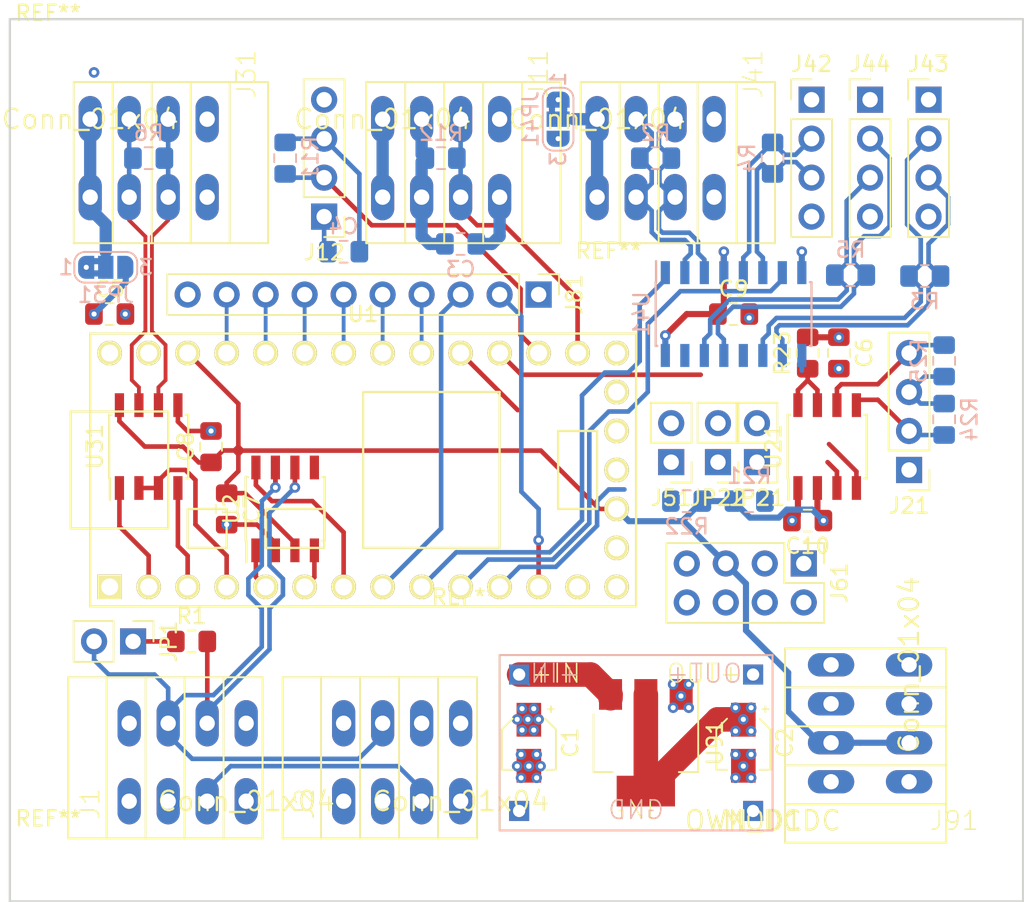
<source format=kicad_pcb>
(kicad_pcb (version 20171130) (host pcbnew 5.0.0)
  (layers (0 F.Cu signal) (1 In1.Cu signal hide) (2 In2.Cu signal hide) (31 B.Cu signal) (34 B.Paste user hide) (35 F.Paste user hide) (36 B.SilkS user hide) (37 F.SilkS user) (38 B.Mask user hide) (39 F.Mask user) (44 Edge.Cuts user))
  (net 0 "")
  (net 1 GND)
  (net 2 +12V)
  (net 3 +5V)
  (net 4 +3V3)
  (net 5 "Net-(J12-Pad2)")
  (net 6 "Net-(J31-Pad4)")
  (net 7 "Net-(J41-Pad4)")
  (net 8 "Net-(J51-Pad2)")
  (net 9 "Net-(J61-Pad4)")
  (net 10 "Net-(J61-Pad6)")
  (net 11 "Net-(J61-Pad7)")
  (net 12 "Net-(J61-Pad8)")
  (net 13 /6)
  (net 14 /10)
  (net 15 /16)
  (net 16 /17)
  (net 17 /20)
  (net 18 /21)
  (net 19 /22)
  (net 20 /23)
  (net 21 "Net-(JP1-Pad1)")
  (net 22 "Net-(JP21-Pad1)")
  (net 23 "Net-(R23-Pad1)")
  (net 24 "Net-(U1-Pad18)")
  (net 25 "Net-(U1-Pad15)")
  (net 26 "Net-(U1-Pad32)")
  (net 27 "Net-(U1-Pad7)")
  (net 28 "Net-(U1-Pad6)")
  (net 29 "Net-(U1-Pad5)")
  (net 30 "Net-(U2-Pad5)")
  (net 31 /CAN-)
  (net 32 /CAN+)
  (net 33 /OW14)
  (net 34 /SDA)
  (net 35 /SCL)
  (net 36 /D1+)
  (net 37 /D1-)
  (net 38 /D2+)
  (net 39 /D3+)
  (net 40 /D4+)
  (net 41 /SCL0_16)
  (net 42 /DI1_7)
  (net 43 /RX1)
  (net 44 /TX2)
  (net 45 /UA1+)
  (net 46 /UA1-)
  (net 47 /EN34_9)
  (net 48 /DI2_8)
  (net 49 /UA3EN_2)
  (net 50 /D4-)
  (net 51 /D2-)
  (net 52 /D3-)
  (net 53 "Net-(JP22-Pad1)")
  (module Connector_PinHeader_2.54mm:PinHeader_1x02_P2.54mm_Vertical (layer F.Cu) (at 113.411 65.532 180)
    (fp_text reference J51 (at 0 -2.33 180) (layer F.SilkS))
    (fp_text value Conn_01x02)
    (pad 2 thru_hole oval (at 0 2.54 180) (size 1.7 1.7) (drill 1) (layers *.Cu *.Mask) (net 8 "Net-(J51-Pad2)"))
    (pad 1 thru_hole rect (at 0 0 180) (size 1.7 1.7) (drill 1) (layers *.Cu *.Mask) (net 1 GND))
  )
  (module Jumper:SolderJumper-3_P1.3mm_Bridged2Bar12_RoundedPad1.0x1.5mm_NumberLabels (layer B.Cu) (at 76.581 52.832)
    (fp_text reference JP31 (at 0 1.8) (layer B.SilkS) (effects (justify mirror)))
    (fp_text value Jumper_3_Bridged12)
    (fp_text user 1 (at -2.6 0) (layer B.SilkS) (effects (justify mirror)))
    (fp_text user 3 (at 2.6 0) (layer B.SilkS) (effects (justify mirror)))
    (pad 2 smd rect (at 0 0) (size 1 1.5) (layers B.Cu B.Mask) (net 6 "Net-(J31-Pad4)"))
    (pad 3 smd custom (at 1.3 0) (size 1 0.5) (layers B.Cu B.Mask) (net 3 +5V) (options (clearance outline) (anchor rect)) (primitives (gr_circle (center 0 -0.25) (end 0.5 -0.25) (width 0)) (gr_circle (center 0 0.25) (end 0.5 0.25) (width 0)) (gr_poly (pts (xy -0.55 0.75) (xy 0 0.75) (xy 0 -0.75) (xy -0.55 -0.75)) (width 0))))
    (pad 1 smd custom (at -1.3 0) (size 1 0.5) (layers B.Cu B.Mask) (net 2 +12V) (options (clearance outline) (anchor rect)) (primitives (gr_circle (center 0 -0.25) (end 0.5 -0.25) (width 0)) (gr_circle (center 0 0.25) (end 0.5 0.25) (width 0)) (gr_poly (pts (xy 0.55 0.75) (xy 0 0.75) (xy 0 -0.75) (xy 0.55 -0.75)) (width 0)) (gr_poly (pts (xy 0.4 0.6) (xy 0.9 0.6) (xy 0.9 0.2) (xy 0.4 0.2)) (width 0)) (gr_poly (pts (xy 0.4 -0.2) (xy 0.9 -0.2) (xy 0.9 -0.6) (xy 0.4 -0.6)) (width 0))))
  )
  (module MountingHole:MountingHole_2.2mm_M2_DIN965 (layer F.Cu) (at 72.835 91.66)
    (fp_text reference REF** (at 0 -2.9) (layer F.SilkS))
    (fp_text value MountingHole_2.2mm_M2_DIN965)
    (pad 1 np_thru_hole circle (at 0 0) (size 2.2 2.2) (drill 2.2) (layers *.Cu *.Mask))
  )
  (module MountingHole:MountingHole_2.2mm_M2_DIN965 (layer F.Cu) (at 109.335 54.66)
    (fp_text reference REF** (at 0 -2.9) (layer F.SilkS))
    (fp_text value MountingHole_2.2mm_M2_DIN965)
    (pad 1 np_thru_hole circle (at 0 0) (size 2.2 2.2) (drill 2.2) (layers *.Cu *.Mask))
  )
  (module MountingHole:MountingHole_2.2mm_M2_DIN965 (layer F.Cu) (at 99.949 77.216)
    (fp_text reference REF** (at 0 -2.9) (layer F.SilkS))
    (fp_text value MountingHole_2.2mm_M2_DIN965)
    (pad 1 np_thru_hole circle (at 0 0) (size 2.2 2.2) (drill 2.2) (layers *.Cu *.Mask))
  )
  (module Connector_PinHeader_2.54mm:PinHeader_1x04_P2.54mm_Vertical (layer F.Cu) (at 90.805 49.53 180)
    (fp_text reference J12 (at 0 -2.33 180) (layer F.SilkS))
    (fp_text value Conn_01x04)
    (pad 1 thru_hole rect (at 0 0 180) (size 1.7 1.7) (drill 1) (layers *.Cu *.Mask) (net 1 GND))
    (pad 2 thru_hole oval (at 0 2.54 180) (size 1.7 1.7) (drill 1) (layers *.Cu *.Mask) (net 5 "Net-(J12-Pad2)"))
    (pad 3 thru_hole oval (at 0 5.08 180) (size 1.7 1.7) (drill 1) (layers *.Cu *.Mask) (net 3 +5V))
    (pad 4 thru_hole oval (at 0 7.62 180) (size 1.7 1.7) (drill 1) (layers *.Cu *.Mask) (net 2 +12V))
  )
  (module Connector_PinHeader_2.54mm:PinHeader_1x04_P2.54mm_Vertical (layer F.Cu) (at 122.555 41.91)
    (fp_text reference J42 (at 0 -2.33) (layer F.SilkS))
    (fp_text value Conn_01x04)
    (pad 4 thru_hole oval (at 0 7.62) (size 1.7 1.7) (drill 1) (layers *.Cu *.Mask) (net 3 +5V))
    (pad 3 thru_hole oval (at 0 5.08) (size 1.7 1.7) (drill 1) (layers *.Cu *.Mask) (net 38 /D2+))
    (pad 2 thru_hole oval (at 0 2.54) (size 1.7 1.7) (drill 1) (layers *.Cu *.Mask) (net 51 /D2-))
    (pad 1 thru_hole rect (at 0 0) (size 1.7 1.7) (drill 1) (layers *.Cu *.Mask) (net 1 GND))
  )
  (module Resistor_SMD:R_0805_2012Metric_Pad1.15x1.40mm_HandSolder (layer B.Cu) (at 129.93 53.4035)
    (fp_text reference R3 (at 0 1.65) (layer B.SilkS) (effects (justify mirror)))
    (fp_text value 120)
    (pad 1 smd roundrect (at -1.025 0) (size 1.15 1.4) (layers B.Cu B.Paste B.Mask) (roundrect_rratio 0.217391) (net 52 /D3-))
    (pad 2 smd roundrect (at 1.025 0) (size 1.15 1.4) (layers B.Cu B.Paste B.Mask) (roundrect_rratio 0.217391) (net 39 /D3+))
  )
  (module Resistor_SMD:R_0805_2012Metric_Pad1.15x1.40mm_HandSolder (layer B.Cu) (at 120.015 45.72 270)
    (fp_text reference R4 (at 0 1.65 270) (layer B.SilkS) (effects (justify mirror)))
    (fp_text value 120)
    (pad 2 smd roundrect (at 1.025 0 270) (size 1.15 1.4) (layers B.Cu B.Paste B.Mask) (roundrect_rratio 0.217391) (net 38 /D2+))
    (pad 1 smd roundrect (at -1.025 0 270) (size 1.15 1.4) (layers B.Cu B.Paste B.Mask) (roundrect_rratio 0.217391) (net 51 /D2-))
  )
  (module CANNode:OWN_KF141V-P4_simple (layer F.Cu) (at 85.725 87.63)
    (fp_text reference J1 (at -10.16 1.27 90) (layer F.SilkS) (effects (font (size 1.2065 1.2065) (thickness 0.1016)) (justify left)))
    (fp_text value Conn_01x04 (at 0 0) (layer F.SilkS) (effects (font (size 1.27 1.27))))
    (pad 1 thru_hole oval (at -7.62 0 90) (size 3.016 1.508) (drill 1) (layers *.Cu *.Mask) (net 1 GND))
    (pad 2 thru_hole oval (at -5.08 0 90) (size 3.016 1.508) (drill 1) (layers *.Cu *.Mask) (net 32 /CAN+))
    (pad 3 thru_hole oval (at -2.54 0 90) (size 3.016 1.508) (drill 1) (layers *.Cu *.Mask) (net 31 /CAN-))
    (pad 4 thru_hole oval (at 0 0 90) (size 3.016 1.508) (drill 1) (layers *.Cu *.Mask) (net 2 +12V))
    (pad 1 thru_hole oval (at -7.62 -5.08 90) (size 3.016 1.508) (drill 1) (layers *.Cu *.Mask) (net 1 GND))
    (pad 2 thru_hole oval (at -5.08 -5.08 90) (size 3.016 1.508) (drill 1) (layers *.Cu *.Mask) (net 32 /CAN+))
    (pad 3 thru_hole oval (at -2.54 -5.08 90) (size 3.016 1.508) (drill 1) (layers *.Cu *.Mask) (net 31 /CAN-))
    (pad 4 thru_hole oval (at 0 -5.08 90) (size 3.016 1.508) (drill 1) (layers *.Cu *.Mask) (net 2 +12V))
  )
  (module Capacitor_SMD:C_0805_2012Metric_Pad1.15x1.40mm_HandSolder (layer B.Cu) (at 99.695 51.308)
    (fp_text reference C3 (at 0 1.65) (layer B.SilkS) (effects (justify mirror)))
    (fp_text value C)
    (pad 1 smd roundrect (at -1.025 0) (size 1.15 1.4) (layers B.Cu B.Paste B.Mask) (roundrect_rratio 0.217391) (net 3 +5V))
    (pad 2 smd roundrect (at 1.025 0) (size 1.15 1.4) (layers B.Cu B.Paste B.Mask) (roundrect_rratio 0.217391) (net 1 GND))
  )
  (module Capacitor_SMD:C_0805_2012Metric_Pad1.15x1.40mm_HandSolder (layer B.Cu) (at 92.075 51.816 180)
    (fp_text reference C4 (at 0 1.65 180) (layer B.SilkS) (effects (justify mirror)))
    (fp_text value C)
    (pad 2 smd roundrect (at 1.025 0 180) (size 1.15 1.4) (layers B.Cu B.Paste B.Mask) (roundrect_rratio 0.217391) (net 1 GND))
    (pad 1 smd roundrect (at -1.025 0 180) (size 1.15 1.4) (layers B.Cu B.Paste B.Mask) (roundrect_rratio 0.217391) (net 3 +5V))
  )
  (module Capacitor_SMD:C_0805_2012Metric_Pad1.15x1.40mm_HandSolder (layer F.Cu) (at 76.835 55.88)
    (fp_text reference C5 (at 0 -1.65) (layer F.SilkS))
    (fp_text value C)
    (pad 1 smd roundrect (at -1.025 0) (size 1.15 1.4) (layers F.Cu F.Paste F.Mask) (roundrect_rratio 0.217391) (net 3 +5V))
    (pad 2 smd roundrect (at 1.025 0) (size 1.15 1.4) (layers F.Cu F.Paste F.Mask) (roundrect_rratio 0.217391) (net 1 GND))
  )
  (module Capacitor_SMD:C_0805_2012Metric_Pad1.15x1.40mm_HandSolder (layer F.Cu) (at 124.333 58.411 270)
    (fp_text reference C6 (at 0 -1.65 270) (layer F.SilkS))
    (fp_text value C)
    (pad 2 smd roundrect (at 1.025 0 270) (size 1.15 1.4) (layers F.Cu F.Paste F.Mask) (roundrect_rratio 0.217391) (net 1 GND))
    (pad 1 smd roundrect (at -1.025 0 270) (size 1.15 1.4) (layers F.Cu F.Paste F.Mask) (roundrect_rratio 0.217391) (net 3 +5V))
  )
  (module Capacitor_SMD:C_0805_2012Metric_Pad1.15x1.40mm_HandSolder (layer F.Cu) (at 84.455 68.58 270)
    (fp_text reference C7 (at 0 -1.65 270) (layer F.SilkS))
    (fp_text value C)
    (pad 1 smd roundrect (at -1.025 0 270) (size 1.15 1.4) (layers F.Cu F.Paste F.Mask) (roundrect_rratio 0.217391) (net 4 +3V3))
    (pad 2 smd roundrect (at 1.025 0 270) (size 1.15 1.4) (layers F.Cu F.Paste F.Mask) (roundrect_rratio 0.217391) (net 1 GND))
  )
  (module Capacitor_SMD:C_0805_2012Metric_Pad1.15x1.40mm_HandSolder (layer F.Cu) (at 83.439 64.525 90)
    (fp_text reference C8 (at 0 -1.65 90) (layer F.SilkS))
    (fp_text value C)
    (pad 2 smd roundrect (at 1.025 0 90) (size 1.15 1.4) (layers F.Cu F.Paste F.Mask) (roundrect_rratio 0.217391) (net 1 GND))
    (pad 1 smd roundrect (at -1.025 0 90) (size 1.15 1.4) (layers F.Cu F.Paste F.Mask) (roundrect_rratio 0.217391) (net 4 +3V3))
  )
  (module Capacitor_SMD:C_0805_2012Metric_Pad1.15x1.40mm_HandSolder (layer F.Cu) (at 117.475 55.88)
    (fp_text reference C9 (at 0 -1.65) (layer F.SilkS))
    (fp_text value C)
    (pad 1 smd roundrect (at -1.025 0) (size 1.15 1.4) (layers F.Cu F.Paste F.Mask) (roundrect_rratio 0.217391) (net 4 +3V3))
    (pad 2 smd roundrect (at 1.025 0) (size 1.15 1.4) (layers F.Cu F.Paste F.Mask) (roundrect_rratio 0.217391) (net 1 GND))
  )
  (module Capacitor_SMD:C_0805_2012Metric_Pad1.15x1.40mm_HandSolder (layer F.Cu) (at 122.301 69.342 180)
    (fp_text reference C10 (at 0 -1.65 180) (layer F.SilkS))
    (fp_text value C)
    (pad 1 smd roundrect (at -1.025 0 180) (size 1.15 1.4) (layers F.Cu F.Paste F.Mask) (roundrect_rratio 0.217391) (net 4 +3V3))
    (pad 2 smd roundrect (at 1.025 0 180) (size 1.15 1.4) (layers F.Cu F.Paste F.Mask) (roundrect_rratio 0.217391) (net 1 GND))
  )
  (module CANNode:OWN_KF141V-P4_simple (layer F.Cu) (at 99.695 87.63)
    (fp_text reference J2 (at -10.16 1.27 90) (layer F.SilkS) (effects (font (size 1.2065 1.2065) (thickness 0.1016)) (justify left)))
    (fp_text value Conn_01x04 (at 0 0) (layer F.SilkS) (effects (font (size 1.27 1.27))))
    (pad 1 thru_hole oval (at -7.62 0 90) (size 3.016 1.508) (drill 1) (layers *.Cu *.Mask) (net 1 GND))
    (pad 2 thru_hole oval (at -5.08 0 90) (size 3.016 1.508) (drill 1) (layers *.Cu *.Mask) (net 32 /CAN+))
    (pad 3 thru_hole oval (at -2.54 0 90) (size 3.016 1.508) (drill 1) (layers *.Cu *.Mask) (net 31 /CAN-))
    (pad 4 thru_hole oval (at 0 0 90) (size 3.016 1.508) (drill 1) (layers *.Cu *.Mask) (net 2 +12V))
    (pad 1 thru_hole oval (at -7.62 -5.08 90) (size 3.016 1.508) (drill 1) (layers *.Cu *.Mask) (net 1 GND))
    (pad 2 thru_hole oval (at -5.08 -5.08 90) (size 3.016 1.508) (drill 1) (layers *.Cu *.Mask) (net 32 /CAN+))
    (pad 3 thru_hole oval (at -2.54 -5.08 90) (size 3.016 1.508) (drill 1) (layers *.Cu *.Mask) (net 31 /CAN-))
    (pad 4 thru_hole oval (at 0 -5.08 90) (size 3.016 1.508) (drill 1) (layers *.Cu *.Mask) (net 2 +12V))
  )
  (module CANNode:OWN_KF141V-P4_simple (layer F.Cu) (at 94.615 43.18 180)
    (fp_text reference J11 (at -10.16 1.27 270) (layer F.SilkS) (effects (font (size 1.2065 1.2065) (thickness 0.1016)) (justify left)))
    (fp_text value Conn_01x04 (at 0 0 180) (layer F.SilkS) (effects (font (size 1.27 1.27))))
    (pad 1 thru_hole oval (at -7.62 0 270) (size 3.016 1.508) (drill 1) (layers *.Cu *.Mask) (net 1 GND))
    (pad 2 thru_hole oval (at -5.08 0 270) (size 3.016 1.508) (drill 1) (layers *.Cu *.Mask) (net 33 /OW14))
    (pad 3 thru_hole oval (at -2.54 0 270) (size 3.016 1.508) (drill 1) (layers *.Cu *.Mask) (net 3 +5V))
    (pad 4 thru_hole oval (at 0 0 270) (size 3.016 1.508) (drill 1) (layers *.Cu *.Mask) (net 2 +12V))
    (pad 1 thru_hole oval (at -7.62 -5.08 270) (size 3.016 1.508) (drill 1) (layers *.Cu *.Mask) (net 1 GND))
    (pad 2 thru_hole oval (at -5.08 -5.08 270) (size 3.016 1.508) (drill 1) (layers *.Cu *.Mask) (net 33 /OW14))
    (pad 3 thru_hole oval (at -2.54 -5.08 270) (size 3.016 1.508) (drill 1) (layers *.Cu *.Mask) (net 3 +5V))
    (pad 4 thru_hole oval (at 0 -5.08 270) (size 3.016 1.508) (drill 1) (layers *.Cu *.Mask) (net 2 +12V))
  )
  (module CANNode:OWN_KF141V-P4_simple (layer F.Cu) (at 75.565 43.18 180)
    (fp_text reference J31 (at -10.16 1.27 270) (layer F.SilkS) (effects (font (size 1.2065 1.2065) (thickness 0.1016)) (justify left)))
    (fp_text value Conn_01x04 (at 0 0 180) (layer F.SilkS) (effects (font (size 1.27 1.27))))
    (pad 1 thru_hole oval (at -7.62 0 270) (size 3.016 1.508) (drill 1) (layers *.Cu *.Mask) (net 1 GND))
    (pad 2 thru_hole oval (at -5.08 0 270) (size 3.016 1.508) (drill 1) (layers *.Cu *.Mask) (net 45 /UA1+))
    (pad 3 thru_hole oval (at -2.54 0 270) (size 3.016 1.508) (drill 1) (layers *.Cu *.Mask) (net 46 /UA1-))
    (pad 4 thru_hole oval (at 0 0 270) (size 3.016 1.508) (drill 1) (layers *.Cu *.Mask) (net 6 "Net-(J31-Pad4)"))
    (pad 1 thru_hole oval (at -7.62 -5.08 270) (size 3.016 1.508) (drill 1) (layers *.Cu *.Mask) (net 1 GND))
    (pad 2 thru_hole oval (at -5.08 -5.08 270) (size 3.016 1.508) (drill 1) (layers *.Cu *.Mask) (net 45 /UA1+))
    (pad 3 thru_hole oval (at -2.54 -5.08 270) (size 3.016 1.508) (drill 1) (layers *.Cu *.Mask) (net 46 /UA1-))
    (pad 4 thru_hole oval (at 0 -5.08 270) (size 3.016 1.508) (drill 1) (layers *.Cu *.Mask) (net 6 "Net-(J31-Pad4)"))
  )
  (module CANNode:OWN_KF141V-P4_simple (layer F.Cu) (at 108.585 43.18 180)
    (fp_text reference J41 (at -10.16 1.27 270) (layer F.SilkS) (effects (font (size 1.2065 1.2065) (thickness 0.1016)) (justify left)))
    (fp_text value Conn_01x04 (at 0 0 180) (layer F.SilkS) (effects (font (size 1.27 1.27))))
    (pad 4 thru_hole oval (at 0 -5.08 270) (size 3.016 1.508) (drill 1) (layers *.Cu *.Mask) (net 7 "Net-(J41-Pad4)"))
    (pad 3 thru_hole oval (at -2.54 -5.08 270) (size 3.016 1.508) (drill 1) (layers *.Cu *.Mask) (net 36 /D1+))
    (pad 2 thru_hole oval (at -5.08 -5.08 270) (size 3.016 1.508) (drill 1) (layers *.Cu *.Mask) (net 37 /D1-))
    (pad 1 thru_hole oval (at -7.62 -5.08 270) (size 3.016 1.508) (drill 1) (layers *.Cu *.Mask) (net 1 GND))
    (pad 4 thru_hole oval (at 0 0 270) (size 3.016 1.508) (drill 1) (layers *.Cu *.Mask) (net 7 "Net-(J41-Pad4)"))
    (pad 3 thru_hole oval (at -2.54 0 270) (size 3.016 1.508) (drill 1) (layers *.Cu *.Mask) (net 36 /D1+))
    (pad 2 thru_hole oval (at -5.08 0 270) (size 3.016 1.508) (drill 1) (layers *.Cu *.Mask) (net 37 /D1-))
    (pad 1 thru_hole oval (at -7.62 0 270) (size 3.016 1.508) (drill 1) (layers *.Cu *.Mask) (net 1 GND))
  )
  (module Connector_PinHeader_2.54mm:PinHeader_1x10_P2.54mm_Vertical (layer F.Cu) (at 104.775 54.61 270)
    (fp_text reference J81 (at 0 -2.33 270) (layer F.SilkS))
    (fp_text value Conn_01x10)
    (pad 1 thru_hole rect (at 0 0 270) (size 1.7 1.7) (drill 1) (layers *.Cu *.Mask) (net 1 GND))
    (pad 2 thru_hole oval (at 0 2.54 270) (size 1.7 1.7) (drill 1) (layers *.Cu *.Mask) (net 14 /10))
    (pad 3 thru_hole oval (at 0 5.08 270) (size 1.7 1.7) (drill 1) (layers *.Cu *.Mask) (net 13 /6))
    (pad 4 thru_hole oval (at 0 7.62 270) (size 1.7 1.7) (drill 1) (layers *.Cu *.Mask) (net 15 /16))
    (pad 5 thru_hole oval (at 0 10.16 270) (size 1.7 1.7) (drill 1) (layers *.Cu *.Mask) (net 16 /17))
    (pad 6 thru_hole oval (at 0 12.7 270) (size 1.7 1.7) (drill 1) (layers *.Cu *.Mask) (net 17 /20))
    (pad 7 thru_hole oval (at 0 15.24 270) (size 1.7 1.7) (drill 1) (layers *.Cu *.Mask) (net 18 /21))
    (pad 8 thru_hole oval (at 0 17.78 270) (size 1.7 1.7) (drill 1) (layers *.Cu *.Mask) (net 19 /22))
    (pad 9 thru_hole oval (at 0 20.32 270) (size 1.7 1.7) (drill 1) (layers *.Cu *.Mask) (net 20 /23))
    (pad 10 thru_hole oval (at 0 22.86 270) (size 1.7 1.7) (drill 1) (layers *.Cu *.Mask) (net 3 +5V))
  )
  (module Connector_PinHeader_2.54mm:PinHeader_1x02_P2.54mm_Vertical (layer F.Cu) (at 78.359 77.216 270)
    (fp_text reference JP1 (at 0 -2.33 270) (layer F.SilkS))
    (fp_text value Jumper_NC_Small)
    (pad 1 thru_hole rect (at 0 0 270) (size 1.7 1.7) (drill 1) (layers *.Cu *.Mask) (net 21 "Net-(JP1-Pad1)"))
    (pad 2 thru_hole oval (at 0 2.54 270) (size 1.7 1.7) (drill 1) (layers *.Cu *.Mask) (net 32 /CAN+))
  )
  (module Connector_PinHeader_2.54mm:PinHeader_1x02_P2.54mm_Vertical (layer F.Cu) (at 118.999 65.532 180)
    (fp_text reference JP21 (at 0 -2.33 180) (layer F.SilkS))
    (fp_text value Jumper_NC_Small)
    (pad 1 thru_hole rect (at 0 0 180) (size 1.7 1.7) (drill 1) (layers *.Cu *.Mask) (net 22 "Net-(JP21-Pad1)"))
    (pad 2 thru_hole oval (at 0 2.54 180) (size 1.7 1.7) (drill 1) (layers *.Cu *.Mask) (net 41 /SCL0_16))
  )
  (module Connector_PinHeader_2.54mm:PinHeader_1x02_P2.54mm_Vertical (layer F.Cu) (at 116.459 65.532 180)
    (fp_text reference JP22 (at 0 -2.33 180) (layer F.SilkS))
    (fp_text value Jumper_NC_Small)
    (pad 2 thru_hole oval (at 0 2.54 180) (size 1.7 1.7) (drill 1) (layers *.Cu *.Mask) (net 11 "Net-(J61-Pad7)"))
    (pad 1 thru_hole rect (at 0 0 180) (size 1.7 1.7) (drill 1) (layers *.Cu *.Mask) (net 53 "Net-(JP22-Pad1)"))
  )
  (module Jumper:SolderJumper-3_P1.3mm_Bridged2Bar12_RoundedPad1.0x1.5mm_NumberLabels (layer B.Cu) (at 106.045 43.18 270)
    (fp_text reference JP41 (at 0 1.8 270) (layer B.SilkS) (effects (justify mirror)))
    (fp_text value Jumper_3_Bridged12)
    (fp_text user 3 (at 2.6 0 270) (layer B.SilkS) (effects (justify mirror)))
    (fp_text user 1 (at -2.6 0 270) (layer B.SilkS) (effects (justify mirror)))
    (pad 1 smd custom (at -1.3 0 270) (size 1 0.5) (layers B.Cu B.Mask) (net 2 +12V) (options (clearance outline) (anchor rect)) (primitives (gr_circle (center 0 -0.25) (end 0.5 -0.25) (width 0)) (gr_circle (center 0 0.25) (end 0.5 0.25) (width 0)) (gr_poly (pts (xy 0.55 0.75) (xy 0 0.75) (xy 0 -0.75) (xy 0.55 -0.75)) (width 0)) (gr_poly (pts (xy 0.4 0.6) (xy 0.9 0.6) (xy 0.9 0.2) (xy 0.4 0.2)) (width 0)) (gr_poly (pts (xy 0.4 -0.2) (xy 0.9 -0.2) (xy 0.9 -0.6) (xy 0.4 -0.6)) (width 0))))
    (pad 3 smd custom (at 1.3 0 270) (size 1 0.5) (layers B.Cu B.Mask) (net 3 +5V) (options (clearance outline) (anchor rect)) (primitives (gr_circle (center 0 -0.25) (end 0.5 -0.25) (width 0)) (gr_circle (center 0 0.25) (end 0.5 0.25) (width 0)) (gr_poly (pts (xy -0.55 0.75) (xy 0 0.75) (xy 0 -0.75) (xy -0.55 -0.75)) (width 0))))
    (pad 2 smd rect (at 0 0 270) (size 1 1.5) (layers B.Cu B.Mask) (net 7 "Net-(J41-Pad4)"))
  )
  (module CANNode:OWN_DC-DC (layer F.Cu) (at 119.38 88.9)
    (fp_text reference MOD1 (at 0 0) (layer F.SilkS) (effects (font (size 1.27 1.27))))
    (fp_text value OWN_DCDC (at 0 0) (layer F.SilkS) (effects (font (size 1.27 1.27))))
    (fp_text user +IN (at -15.24 -8.89) (layer F.SilkS) (effects (font (size 1.2065 1.2065) (thickness 0.1016)) (justify left bottom)))
    (fp_text user OUT+ (at -1.27 -8.89) (layer F.SilkS) (effects (font (size 1.2065 1.2065) (thickness 0.1016)) (justify right bottom)))
    (fp_text user GND (at -8.255 0) (layer F.SilkS) (effects (font (size 1.2065 1.2065) (thickness 0.1016)) (justify bottom)))
    (fp_text user +IN (at -15.24 -8.89) (layer B.SilkS) (effects (font (size 1.2065 1.2065) (thickness 0.1016)) (justify right bottom mirror)))
    (fp_text user OUT+ (at -1.27 -8.89) (layer B.SilkS) (effects (font (size 1.2065 1.2065) (thickness 0.1016)) (justify left bottom mirror)))
    (fp_text user GND (at -8.255 0) (layer B.SilkS) (effects (font (size 1.2065 1.2065) (thickness 0.1016)) (justify bottom mirror)))
    (pad IN+ thru_hole rect (at -15.875 -9.525) (size 1.308 1.308) (drill 0.8) (layers *.Cu *.Mask) (net 2 +12V))
    (pad IN- thru_hole rect (at -15.875 -0.635) (size 1.308 1.308) (drill 0.8) (layers *.Cu *.Mask) (net 1 GND))
    (pad OUT+ thru_hole rect (at -0.635 -9.525) (size 1.308 1.308) (drill 0.8) (layers *.Cu *.Mask) (net 3 +5V))
    (pad OUT- thru_hole rect (at -0.635 -0.635) (size 1.308 1.308) (drill 0.8) (layers *.Cu *.Mask) (net 1 GND))
  )
  (module Resistor_SMD:R_0805_2012Metric_Pad1.15x1.40mm_HandSolder (layer F.Cu) (at 82.169 77.216)
    (fp_text reference R1 (at 0 -1.65) (layer F.SilkS))
    (fp_text value 120)
    (pad 2 smd roundrect (at 1.025 0) (size 1.15 1.4) (layers F.Cu F.Paste F.Mask) (roundrect_rratio 0.217391) (net 31 /CAN-))
    (pad 1 smd roundrect (at -1.025 0) (size 1.15 1.4) (layers F.Cu F.Paste F.Mask) (roundrect_rratio 0.217391) (net 21 "Net-(JP1-Pad1)"))
  )
  (module Resistor_SMD:R_0805_2012Metric_Pad1.15x1.40mm_HandSolder (layer B.Cu) (at 112.395 45.72 180)
    (fp_text reference R2 (at 0 1.65 180) (layer B.SilkS) (effects (justify mirror)))
    (fp_text value 120)
    (pad 2 smd roundrect (at 1.025 0 180) (size 1.15 1.4) (layers B.Cu B.Paste B.Mask) (roundrect_rratio 0.217391) (net 36 /D1+))
    (pad 1 smd roundrect (at -1.025 0 180) (size 1.15 1.4) (layers B.Cu B.Paste B.Mask) (roundrect_rratio 0.217391) (net 37 /D1-))
  )
  (module Resistor_SMD:R_0805_2012Metric_Pad1.15x1.40mm_HandSolder (layer B.Cu) (at 125.095 53.34 180)
    (fp_text reference R5 (at 0 1.65 180) (layer B.SilkS) (effects (justify mirror)))
    (fp_text value 120)
    (pad 1 smd roundrect (at -1.025 0 180) (size 1.15 1.4) (layers B.Cu B.Paste B.Mask) (roundrect_rratio 0.217391) (net 50 /D4-))
    (pad 2 smd roundrect (at 1.025 0 180) (size 1.15 1.4) (layers B.Cu B.Paste B.Mask) (roundrect_rratio 0.217391) (net 40 /D4+))
  )
  (module Resistor_SMD:R_0805_2012Metric_Pad1.15x1.40mm_HandSolder (layer B.Cu) (at 79.375 45.72 180)
    (fp_text reference R6 (at 0 1.65 180) (layer B.SilkS) (effects (justify mirror)))
    (fp_text value 120)
    (pad 2 smd roundrect (at 1.025 0 180) (size 1.15 1.4) (layers B.Cu B.Paste B.Mask) (roundrect_rratio 0.217391) (net 46 /UA1-))
    (pad 1 smd roundrect (at -1.025 0 180) (size 1.15 1.4) (layers B.Cu B.Paste B.Mask) (roundrect_rratio 0.217391) (net 45 /UA1+))
  )
  (module Resistor_SMD:R_0805_2012Metric_Pad1.15x1.40mm_HandSolder (layer B.Cu) (at 88.265 45.72 90)
    (fp_text reference R11 (at 0 1.65 90) (layer B.SilkS) (effects (justify mirror)))
    (fp_text value 4.7k)
    (pad 2 smd roundrect (at 1.025 0 90) (size 1.15 1.4) (layers B.Cu B.Paste B.Mask) (roundrect_rratio 0.217391) (net 3 +5V))
    (pad 1 smd roundrect (at -1.025 0 90) (size 1.15 1.4) (layers B.Cu B.Paste B.Mask) (roundrect_rratio 0.217391) (net 5 "Net-(J12-Pad2)"))
  )
  (module Resistor_SMD:R_0805_2012Metric_Pad1.15x1.40mm_HandSolder (layer B.Cu) (at 98.425 45.72 180)
    (fp_text reference R12 (at 0 1.65 180) (layer B.SilkS) (effects (justify mirror)))
    (fp_text value 4.7k)
    (pad 1 smd roundrect (at -1.025 0 180) (size 1.15 1.4) (layers B.Cu B.Paste B.Mask) (roundrect_rratio 0.217391) (net 33 /OW14))
    (pad 2 smd roundrect (at 1.025 0 180) (size 1.15 1.4) (layers B.Cu B.Paste B.Mask) (roundrect_rratio 0.217391) (net 3 +5V))
  )
  (module Resistor_SMD:R_0805_2012Metric_Pad1.15x1.40mm_HandSolder (layer B.Cu) (at 118.491 68.072 180)
    (fp_text reference R21 (at 0 1.65 180) (layer B.SilkS) (effects (justify mirror)))
    (fp_text value 4.7k)
    (pad 2 smd roundrect (at 1.025 0 180) (size 1.15 1.4) (layers B.Cu B.Paste B.Mask) (roundrect_rratio 0.217391) (net 4 +3V3))
    (pad 1 smd roundrect (at -1.025 0 180) (size 1.15 1.4) (layers B.Cu B.Paste B.Mask) (roundrect_rratio 0.217391) (net 22 "Net-(JP21-Pad1)"))
  )
  (module Resistor_SMD:R_0805_2012Metric_Pad1.15x1.40mm_HandSolder (layer B.Cu) (at 114.418 68.072)
    (fp_text reference R22 (at 0 1.65) (layer B.SilkS) (effects (justify mirror)))
    (fp_text value 4.7k)
    (pad 1 smd roundrect (at -1.025 0) (size 1.15 1.4) (layers B.Cu B.Paste B.Mask) (roundrect_rratio 0.217391) (net 53 "Net-(JP22-Pad1)"))
    (pad 2 smd roundrect (at 1.025 0) (size 1.15 1.4) (layers B.Cu B.Paste B.Mask) (roundrect_rratio 0.217391) (net 4 +3V3))
  )
  (module Resistor_SMD:R_0805_2012Metric_Pad1.15x1.40mm_HandSolder (layer F.Cu) (at 122.301 58.42 90)
    (fp_text reference R23 (at 0 -1.65 90) (layer F.SilkS))
    (fp_text value 200k)
    (pad 1 smd roundrect (at -1.025 0 90) (size 1.15 1.4) (layers F.Cu F.Paste F.Mask) (roundrect_rratio 0.217391) (net 23 "Net-(R23-Pad1)"))
    (pad 2 smd roundrect (at 1.025 0 90) (size 1.15 1.4) (layers F.Cu F.Paste F.Mask) (roundrect_rratio 0.217391) (net 3 +5V))
  )
  (module Resistor_SMD:R_0805_2012Metric_Pad1.15x1.40mm_HandSolder (layer B.Cu) (at 131.191 62.738 90)
    (fp_text reference R24 (at 0 1.65 90) (layer B.SilkS) (effects (justify mirror)))
    (fp_text value 4.7k)
    (pad 1 smd roundrect (at -1.025 0 90) (size 1.15 1.4) (layers B.Cu B.Paste B.Mask) (roundrect_rratio 0.217391) (net 34 /SDA))
    (pad 2 smd roundrect (at 1.025 0 90) (size 1.15 1.4) (layers B.Cu B.Paste B.Mask) (roundrect_rratio 0.217391) (net 3 +5V))
  )
  (module Resistor_SMD:R_0805_2012Metric_Pad1.15x1.40mm_HandSolder (layer B.Cu) (at 131.191 58.928 270)
    (fp_text reference R25 (at 0 1.65 270) (layer B.SilkS) (effects (justify mirror)))
    (fp_text value 4.7k)
    (pad 2 smd roundrect (at 1.025 0 270) (size 1.15 1.4) (layers B.Cu B.Paste B.Mask) (roundrect_rratio 0.217391) (net 3 +5V))
    (pad 1 smd roundrect (at -1.025 0 270) (size 1.15 1.4) (layers B.Cu B.Paste B.Mask) (roundrect_rratio 0.217391) (net 35 /SCL))
  )
  (module teensy:Teensy3_min (layer F.Cu) (at 93.345 66.04)
    (fp_text reference U1 (at 0 -10.16) (layer F.SilkS))
    (fp_text value Teensy3.2)
    (pad 17 thru_hole circle (at 16.51 0) (size 1.6 1.6) (drill 1.1) (layers *.Cu *.Mask F.SilkS) (net 1 GND))
    (pad 18 thru_hole circle (at 16.51 -2.54) (size 1.6 1.6) (drill 1.1) (layers *.Cu *.Mask F.SilkS) (net 24 "Net-(U1-Pad18)"))
    (pad 19 thru_hole circle (at 16.51 -5.08) (size 1.6 1.6) (drill 1.1) (layers *.Cu *.Mask F.SilkS) (net 8 "Net-(J51-Pad2)"))
    (pad 20 thru_hole circle (at 16.51 -7.62) (size 1.6 1.6) (drill 1.1) (layers *.Cu *.Mask F.SilkS) (net 12 "Net-(J61-Pad8)"))
    (pad 16 thru_hole circle (at 16.51 2.54) (size 1.6 1.6) (drill 1.1) (layers *.Cu *.Mask F.SilkS) (net 4 +3V3))
    (pad 15 thru_hole circle (at 16.51 5.08) (size 1.6 1.6) (drill 1.1) (layers *.Cu *.Mask F.SilkS) (net 25 "Net-(U1-Pad15)"))
    (pad 14 thru_hole circle (at 16.51 7.62) (size 1.6 1.6) (drill 1.1) (layers *.Cu *.Mask F.SilkS) (net 10 "Net-(J61-Pad6)"))
    (pad 21 thru_hole circle (at 13.97 -7.62) (size 1.6 1.6) (drill 1.1) (layers *.Cu *.Mask F.SilkS) (net 33 /OW14))
    (pad 22 thru_hole circle (at 11.43 -7.62) (size 1.6 1.6) (drill 1.1) (layers *.Cu *.Mask F.SilkS) (net 5 "Net-(J12-Pad2)"))
    (pad 23 thru_hole circle (at 8.89 -7.62) (size 1.6 1.6) (drill 1.1) (layers *.Cu *.Mask F.SilkS) (net 41 /SCL0_16))
    (pad 24 thru_hole circle (at 6.35 -7.62) (size 1.6 1.6) (drill 1.1) (layers *.Cu *.Mask F.SilkS) (net 11 "Net-(J61-Pad7)"))
    (pad 25 thru_hole circle (at 3.81 -7.62) (size 1.6 1.6) (drill 1.1) (layers *.Cu *.Mask F.SilkS) (net 15 /16))
    (pad 26 thru_hole circle (at 1.27 -7.62) (size 1.6 1.6) (drill 1.1) (layers *.Cu *.Mask F.SilkS) (net 16 /17))
    (pad 27 thru_hole circle (at -1.27 -7.62) (size 1.6 1.6) (drill 1.1) (layers *.Cu *.Mask F.SilkS) (net 17 /20))
    (pad 28 thru_hole circle (at -3.81 -7.62) (size 1.6 1.6) (drill 1.1) (layers *.Cu *.Mask F.SilkS) (net 18 /21))
    (pad 29 thru_hole circle (at -6.35 -7.62) (size 1.6 1.6) (drill 1.1) (layers *.Cu *.Mask F.SilkS) (net 19 /22))
    (pad 30 thru_hole circle (at -8.89 -7.62) (size 1.6 1.6) (drill 1.1) (layers *.Cu *.Mask F.SilkS) (net 20 /23))
    (pad 31 thru_hole circle (at -11.43 -7.62) (size 1.6 1.6) (drill 1.1) (layers *.Cu *.Mask F.SilkS) (net 4 +3V3))
    (pad 32 thru_hole circle (at -13.97 -7.62) (size 1.6 1.6) (drill 1.1) (layers *.Cu *.Mask F.SilkS) (net 26 "Net-(U1-Pad32)"))
    (pad 33 thru_hole circle (at -16.51 -7.62) (size 1.6 1.6) (drill 1.1) (layers *.Cu *.Mask F.SilkS) (net 3 +5V))
    (pad 13 thru_hole circle (at 13.97 7.62) (size 1.6 1.6) (drill 1.1) (layers *.Cu *.Mask F.SilkS) (net 9 "Net-(J61-Pad4)"))
    (pad 12 thru_hole circle (at 11.43 7.62) (size 1.6 1.6) (drill 1.1) (layers *.Cu *.Mask F.SilkS) (net 14 /10))
    (pad 11 thru_hole circle (at 8.89 7.62) (size 1.6 1.6) (drill 1.1) (layers *.Cu *.Mask F.SilkS) (net 47 /EN34_9))
    (pad 10 thru_hole circle (at 6.35 7.62) (size 1.6 1.6) (drill 1.1) (layers *.Cu *.Mask F.SilkS) (net 48 /DI2_8))
    (pad 9 thru_hole circle (at 3.81 7.62) (size 1.6 1.6) (drill 1.1) (layers *.Cu *.Mask F.SilkS) (net 42 /DI1_7))
    (pad 8 thru_hole circle (at 1.27 7.62) (size 1.6 1.6) (drill 1.1) (layers *.Cu *.Mask F.SilkS) (net 13 /6))
    (pad 7 thru_hole circle (at -1.27 7.62) (size 1.6 1.6) (drill 1.1) (layers *.Cu *.Mask F.SilkS) (net 27 "Net-(U1-Pad7)"))
    (pad 6 thru_hole circle (at -3.81 7.62) (size 1.6 1.6) (drill 1.1) (layers *.Cu *.Mask F.SilkS) (net 28 "Net-(U1-Pad6)"))
    (pad 5 thru_hole circle (at -6.35 7.62) (size 1.6 1.6) (drill 1.1) (layers *.Cu *.Mask F.SilkS) (net 29 "Net-(U1-Pad5)"))
    (pad 4 thru_hole circle (at -8.89 7.62) (size 1.6 1.6) (drill 1.1) (layers *.Cu *.Mask F.SilkS) (net 49 /UA3EN_2))
    (pad 3 thru_hole circle (at -11.43 7.62) (size 1.6 1.6) (drill 1.1) (layers *.Cu *.Mask F.SilkS) (net 44 /TX2))
    (pad 2 thru_hole circle (at -13.97 7.62) (size 1.6 1.6) (drill 1.1) (layers *.Cu *.Mask F.SilkS) (net 43 /RX1))
    (pad 1 thru_hole rect (at -16.51 7.62) (size 1.6 1.6) (drill 1.1) (layers *.Cu *.Mask F.SilkS) (net 1 GND))
  )
  (module Package_SO:SOIC-8_3.9x4.9mm_P1.27mm (layer F.Cu) (at 88.265 68.58 90)
    (fp_text reference U2 (at 0 -3.5 90) (layer F.SilkS))
    (fp_text value SN65HVD230)
    (pad 1 smd rect (at -2.7 -1.905 90) (size 1.55 0.6) (layers F.Cu F.Paste F.Mask) (net 29 "Net-(U1-Pad5)"))
    (pad 2 smd rect (at -2.7 -0.635 90) (size 1.55 0.6) (layers F.Cu F.Paste F.Mask) (net 1 GND))
    (pad 3 smd rect (at -2.7 0.635 90) (size 1.55 0.6) (layers F.Cu F.Paste F.Mask) (net 4 +3V3))
    (pad 4 smd rect (at -2.7 1.905 90) (size 1.55 0.6) (layers F.Cu F.Paste F.Mask) (net 28 "Net-(U1-Pad6)"))
    (pad 5 smd rect (at 2.7 1.905 90) (size 1.55 0.6) (layers F.Cu F.Paste F.Mask) (net 30 "Net-(U2-Pad5)"))
    (pad 6 smd rect (at 2.7 0.635 90) (size 1.55 0.6) (layers F.Cu F.Paste F.Mask) (net 31 /CAN-))
    (pad 7 smd rect (at 2.7 -0.635 90) (size 1.55 0.6) (layers F.Cu F.Paste F.Mask) (net 32 /CAN+))
    (pad 8 smd rect (at 2.7 -1.905 90) (size 1.55 0.6) (layers F.Cu F.Paste F.Mask) (net 27 "Net-(U1-Pad7)"))
  )
  (module Package_SO:SOIC-8_3.9x4.9mm_P1.27mm (layer F.Cu) (at 123.571 64.516 90)
    (fp_text reference U21 (at 0 -3.5 90) (layer F.SilkS))
    (fp_text value PCA9306)
    (pad 8 smd rect (at 2.7 -1.905 90) (size 1.55 0.6) (layers F.Cu F.Paste F.Mask) (net 23 "Net-(R23-Pad1)"))
    (pad 7 smd rect (at 2.7 -0.635 90) (size 1.55 0.6) (layers F.Cu F.Paste F.Mask) (net 23 "Net-(R23-Pad1)"))
    (pad 6 smd rect (at 2.7 0.635 90) (size 1.55 0.6) (layers F.Cu F.Paste F.Mask) (net 35 /SCL))
    (pad 5 smd rect (at 2.7 1.905 90) (size 1.55 0.6) (layers F.Cu F.Paste F.Mask) (net 34 /SDA))
    (pad 4 smd rect (at -2.7 1.905 90) (size 1.55 0.6) (layers F.Cu F.Paste F.Mask) (net 53 "Net-(JP22-Pad1)"))
    (pad 3 smd rect (at -2.7 0.635 90) (size 1.55 0.6) (layers F.Cu F.Paste F.Mask) (net 22 "Net-(JP21-Pad1)"))
    (pad 2 smd rect (at -2.7 -0.635 90) (size 1.55 0.6) (layers F.Cu F.Paste F.Mask) (net 4 +3V3))
    (pad 1 smd rect (at -2.7 -1.905 90) (size 1.55 0.6) (layers F.Cu F.Paste F.Mask) (net 1 GND))
  )
  (module Package_SO:SOIC-8_3.9x4.9mm_P1.27mm (layer F.Cu) (at 79.375 64.516 90)
    (fp_text reference U31 (at 0 -3.5 90) (layer F.SilkS))
    (fp_text value MAX3485)
    (pad 1 smd rect (at -2.7 -1.905 90) (size 1.55 0.6) (layers F.Cu F.Paste F.Mask) (net 43 /RX1))
    (pad 2 smd rect (at -2.7 -0.635 90) (size 1.55 0.6) (layers F.Cu F.Paste F.Mask) (net 49 /UA3EN_2))
    (pad 3 smd rect (at -2.7 0.635 90) (size 1.55 0.6) (layers F.Cu F.Paste F.Mask) (net 49 /UA3EN_2))
    (pad 4 smd rect (at -2.7 1.905 90) (size 1.55 0.6) (layers F.Cu F.Paste F.Mask) (net 44 /TX2))
    (pad 5 smd rect (at 2.7 1.905 90) (size 1.55 0.6) (layers F.Cu F.Paste F.Mask) (net 1 GND))
    (pad 6 smd rect (at 2.7 0.635 90) (size 1.55 0.6) (layers F.Cu F.Paste F.Mask) (net 45 /UA1+))
    (pad 7 smd rect (at 2.7 -0.635 90) (size 1.55 0.6) (layers F.Cu F.Paste F.Mask) (net 46 /UA1-))
    (pad 8 smd rect (at 2.7 -1.905 90) (size 1.55 0.6) (layers F.Cu F.Paste F.Mask) (net 4 +3V3))
  )
  (module Package_SO:SOIC-16_3.9x9.9mm_P1.27mm (layer B.Cu) (at 117.475 55.88 270)
    (fp_text reference U41 (at 0 6 270) (layer B.SilkS) (effects (justify mirror)))
    (fp_text value MAX3485)
    (pad 1 smd rect (at -2.7 4.445 270) (size 1.5 0.6) (layers B.Cu B.Paste B.Mask) (net 42 /DI1_7))
    (pad 2 smd rect (at -2.7 3.175 270) (size 1.5 0.6) (layers B.Cu B.Paste B.Mask) (net 36 /D1+))
    (pad 3 smd rect (at -2.7 1.905 270) (size 1.5 0.6) (layers B.Cu B.Paste B.Mask) (net 37 /D1-))
    (pad 4 smd rect (at -2.7 0.635 270) (size 1.5 0.6) (layers B.Cu B.Paste B.Mask) (net 4 +3V3))
    (pad 5 smd rect (at -2.7 -0.635 270) (size 1.5 0.6) (layers B.Cu B.Paste B.Mask) (net 51 /D2-))
    (pad 6 smd rect (at -2.7 -1.905 270) (size 1.5 0.6) (layers B.Cu B.Paste B.Mask) (net 38 /D2+))
    (pad 7 smd rect (at -2.7 -3.175 270) (size 1.5 0.6) (layers B.Cu B.Paste B.Mask) (net 48 /DI2_8))
    (pad 8 smd rect (at -2.7 -4.445 270) (size 1.5 0.6) (layers B.Cu B.Paste B.Mask) (net 1 GND))
    (pad 9 smd rect (at 2.7 -4.445 270) (size 1.5 0.6) (layers B.Cu B.Paste B.Mask) (net 41 /SCL0_16))
    (pad 10 smd rect (at 2.7 -3.175 270) (size 1.5 0.6) (layers B.Cu B.Paste B.Mask) (net 39 /D3+))
    (pad 11 smd rect (at 2.7 -1.905 270) (size 1.5 0.6) (layers B.Cu B.Paste B.Mask) (net 52 /D3-))
    (pad 12 smd rect (at 2.7 -0.635 270) (size 1.5 0.6) (layers B.Cu B.Paste B.Mask) (net 47 /EN34_9))
    (pad 13 smd rect (at 2.7 0.635 270) (size 1.5 0.6) (layers B.Cu B.Paste B.Mask) (net 50 /D4-))
    (pad 14 smd rect (at 2.7 1.905 270) (size 1.5 0.6) (layers B.Cu B.Paste B.Mask) (net 40 /D4+))
    (pad 15 smd rect (at 2.7 3.175 270) (size 1.5 0.6) (layers B.Cu B.Paste B.Mask) (net 11 "Net-(J61-Pad7)"))
    (pad 16 smd rect (at 2.7 4.445 270) (size 1.5 0.6) (layers B.Cu B.Paste B.Mask) (net 4 +3V3))
  )
  (module Package_TO_SOT_SMD:SOT-223-3_TabPin2 (layer F.Cu) (at 111.76 83.82 270)
    (fp_text reference U91 (at 0 -4.5 270) (layer F.SilkS))
    (fp_text value LM1117-5.0)
    (pad 2 smd rect (at 3.15 0 270) (size 2 3.8) (layers F.Cu F.Paste F.Mask) (net 3 +5V))
    (pad 2 smd rect (at -3.15 0 270) (size 2 1.5) (layers F.Cu F.Paste F.Mask) (net 3 +5V))
    (pad 3 smd rect (at -3.15 2.3 270) (size 2 1.5) (layers F.Cu F.Paste F.Mask) (net 2 +12V))
    (pad 1 smd rect (at -3.15 -2.3 270) (size 2 1.5) (layers F.Cu F.Paste F.Mask) (net 1 GND))
  )
  (module Connector_PinHeader_2.54mm:PinHeader_1x04_P2.54mm_Vertical (layer F.Cu) (at 130.175 41.91)
    (fp_text reference J43 (at 0 -2.33) (layer F.SilkS))
    (fp_text value Conn_01x04)
    (pad 1 thru_hole rect (at 0 0) (size 1.7 1.7) (drill 1) (layers *.Cu *.Mask) (net 1 GND))
    (pad 2 thru_hole oval (at 0 2.54) (size 1.7 1.7) (drill 1) (layers *.Cu *.Mask) (net 52 /D3-))
    (pad 3 thru_hole oval (at 0 5.08) (size 1.7 1.7) (drill 1) (layers *.Cu *.Mask) (net 39 /D3+))
    (pad 4 thru_hole oval (at 0 7.62) (size 1.7 1.7) (drill 1) (layers *.Cu *.Mask) (net 3 +5V))
  )
  (module Connector_PinHeader_2.54mm:PinHeader_1x04_P2.54mm_Vertical (layer F.Cu) (at 126.365 41.91)
    (fp_text reference J44 (at 0 -2.33) (layer F.SilkS))
    (fp_text value Conn_01x04)
    (pad 1 thru_hole rect (at 0 0) (size 1.7 1.7) (drill 1) (layers *.Cu *.Mask) (net 1 GND))
    (pad 2 thru_hole oval (at 0 2.54) (size 1.7 1.7) (drill 1) (layers *.Cu *.Mask) (net 50 /D4-))
    (pad 3 thru_hole oval (at 0 5.08) (size 1.7 1.7) (drill 1) (layers *.Cu *.Mask) (net 40 /D4+))
    (pad 4 thru_hole oval (at 0 7.62) (size 1.7 1.7) (drill 1) (layers *.Cu *.Mask) (net 3 +5V))
  )
  (module Connector_PinHeader_2.54mm:PinHeader_1x04_P2.54mm_Vertical (layer F.Cu) (at 128.905 66.04 180)
    (fp_text reference J21 (at 0 -2.33 180) (layer F.SilkS))
    (fp_text value Conn_01x04)
    (pad 1 thru_hole rect (at 0 0 180) (size 1.7 1.7) (drill 1) (layers *.Cu *.Mask) (net 1 GND))
    (pad 2 thru_hole oval (at 0 2.54 180) (size 1.7 1.7) (drill 1) (layers *.Cu *.Mask) (net 34 /SDA))
    (pad 3 thru_hole oval (at 0 5.08 180) (size 1.7 1.7) (drill 1) (layers *.Cu *.Mask) (net 3 +5V))
    (pad 4 thru_hole oval (at 0 7.62 180) (size 1.7 1.7) (drill 1) (layers *.Cu *.Mask) (net 35 /SCL))
  )
  (module Connector_PinHeader_2.54mm:PinHeader_2x04_P2.54mm_Vertical (layer F.Cu) (at 122.047 72.136 270)
    (fp_text reference J61 (at 1.27 -2.33 270) (layer F.SilkS))
    (fp_text value Conn_02x04_Odd_Even)
    (pad 1 thru_hole rect (at 0 0 270) (size 1.7 1.7) (drill 1) (layers *.Cu *.Mask) (net 1 GND))
    (pad 2 thru_hole oval (at 2.54 0 270) (size 1.7 1.7) (drill 1) (layers *.Cu *.Mask) (net 3 +5V))
    (pad 3 thru_hole oval (at 0 2.54 270) (size 1.7 1.7) (drill 1) (layers *.Cu *.Mask) (net 41 /SCL0_16))
    (pad 4 thru_hole oval (at 2.54 2.54 270) (size 1.7 1.7) (drill 1) (layers *.Cu *.Mask) (net 9 "Net-(J61-Pad4)"))
    (pad 5 thru_hole oval (at 0 5.08 270) (size 1.7 1.7) (drill 1) (layers *.Cu *.Mask) (net 4 +3V3))
    (pad 6 thru_hole oval (at 2.54 5.08 270) (size 1.7 1.7) (drill 1) (layers *.Cu *.Mask) (net 10 "Net-(J61-Pad6)"))
    (pad 7 thru_hole oval (at 0 7.62 270) (size 1.7 1.7) (drill 1) (layers *.Cu *.Mask) (net 11 "Net-(J61-Pad7)"))
    (pad 8 thru_hole oval (at 2.54 7.62 270) (size 1.7 1.7) (drill 1) (layers *.Cu *.Mask) (net 12 "Net-(J61-Pad8)"))
  )
  (module CANNode:OWN_KF141V-P4_simple (layer F.Cu) (at 128.905 78.74 90)
    (fp_text reference J91 (at -10.16 1.27 180) (layer F.SilkS) (effects (font (size 1.2065 1.2065) (thickness 0.1016)) (justify left)))
    (fp_text value Conn_01x04 (at 0 0 90) (layer F.SilkS) (effects (font (size 1.27 1.27))))
    (pad 1 thru_hole oval (at -7.62 0 180) (size 3.016 1.508) (drill 1) (layers *.Cu *.Mask) (net 1 GND))
    (pad 2 thru_hole oval (at -5.08 0 180) (size 3.016 1.508) (drill 1) (layers *.Cu *.Mask) (net 4 +3V3))
    (pad 3 thru_hole oval (at -2.54 0 180) (size 3.016 1.508) (drill 1) (layers *.Cu *.Mask) (net 3 +5V))
    (pad 4 thru_hole oval (at 0 0 180) (size 3.016 1.508) (drill 1) (layers *.Cu *.Mask) (net 2 +12V))
    (pad 1 thru_hole oval (at -7.62 -5.08 180) (size 3.016 1.508) (drill 1) (layers *.Cu *.Mask) (net 1 GND))
    (pad 2 thru_hole oval (at -5.08 -5.08 180) (size 3.016 1.508) (drill 1) (layers *.Cu *.Mask) (net 4 +3V3))
    (pad 3 thru_hole oval (at -2.54 -5.08 180) (size 3.016 1.508) (drill 1) (layers *.Cu *.Mask) (net 3 +5V))
    (pad 4 thru_hole oval (at 0 -5.08 180) (size 3.016 1.508) (drill 1) (layers *.Cu *.Mask) (net 2 +12V))
  )
  (module Capacitor_SMD:CP_Elec_3x5.4 (layer F.Cu) (at 104.14 83.82 270)
    (fp_text reference C1 (at 0 -2.7 270) (layer F.SilkS))
    (fp_text value CP)
    (pad 2 smd rect (at 1.5 0 270) (size 2.2 1.6) (layers F.Cu F.Paste F.Mask) (net 1 GND))
    (pad 1 smd rect (at -1.5 0 270) (size 2.2 1.6) (layers F.Cu F.Paste F.Mask) (net 2 +12V))
  )
  (module Capacitor_SMD:CP_Elec_3x5.4 (layer F.Cu) (at 118.11 83.82 270)
    (fp_text reference C2 (at 0 -2.7 270) (layer F.SilkS))
    (fp_text value CP)
    (pad 1 smd rect (at -1.5 0 270) (size 2.2 1.6) (layers F.Cu F.Paste F.Mask) (net 3 +5V))
    (pad 2 smd rect (at 1.5 0 270) (size 2.2 1.6) (layers F.Cu F.Paste F.Mask) (net 1 GND))
  )
  (module MountingHole:MountingHole_2.2mm_M2_DIN965 (layer F.Cu) (at 72.835 39.16)
    (fp_text reference REF** (at 0 -2.9) (layer F.SilkS))
    (fp_text value MountingHole_2.2mm_M2_DIN965)
    (pad 1 np_thru_hole circle (at 0 0) (size 2.2 2.2) (drill 2.2) (layers *.Cu *.Mask))
  )
  (gr_line (start 70.335 94.16) (end 136.335 94.16) (layer Edge.Cuts) (width 0.15))
  (gr_line (start 70.335 36.66) (end 70.335 94.16) (layer Edge.Cuts) (width 0.15))
  (gr_line (start 136.335 36.66) (end 136.335 94.16) (layer Edge.Cuts) (width 0.15))
  (gr_line (start 70.335 36.66) (end 136.335 36.66) (layer Edge.Cuts) (width 0.15))
  (via (at 75.819 40.132) (size 0.6858) (drill 0.3302) (layers F.Cu B.Cu) (net 0))
  (via (at 118.491 56.134) (size 0.6858) (drill 0.3302) (layers F.Cu B.Cu) (net 1))
  (via (at 106.045 44.45) (size 0.6858) (drill 0.3302) (layers F.Cu B.Cu) (net 3))
  (via (at 75.819 55.88) (size 0.6858) (drill 0.3302) (layers F.Cu B.Cu) (net 3))
  (via (at 77.851 55.88) (size 0.6858) (drill 0.3302) (layers F.Cu B.Cu) (net 1))
  (via (at 121.92 51.816) (size 0.6858) (drill 0.3302) (layers F.Cu B.Cu) (net 1))
  (via (at 116.84 51.816) (size 0.6858) (drill 0.3302) (layers F.Cu B.Cu) (net 4))
  (via (at 113.03 57.277) (size 0.6858) (drill 0.3302) (layers F.Cu B.Cu) (net 4))
  (via (at 124.333 59.436) (size 0.6858) (drill 0.3302) (layers F.Cu B.Cu) (net 1))
  (via (at 124.333 57.404) (size 0.6858) (drill 0.3302) (layers F.Cu B.Cu) (net 3))
  (via (at 121.285 69.342) (size 0.6858) (drill 0.3302) (layers F.Cu B.Cu) (net 1))
  (via (at 106.045 41.91) (size 0.6858) (drill 0.3302) (layers F.Cu B.Cu) (net 2))
  (via (at 75.311 52.832) (size 0.6858) (drill 0.3302) (layers F.Cu B.Cu) (net 2))
  (via (at 103.378 82.296) (size 0.6858) (drill 0.3302) (layers F.Cu B.Cu) (net 2))
  (via (at 104.775 82.296) (size 0.6858) (drill 0.3302) (layers F.Cu B.Cu) (net 2))
  (via (at 103.6955 82.9945) (size 0.6858) (drill 0.3302) (layers F.Cu B.Cu) (net 2))
  (via (at 104.4575 82.9945) (size 0.6858) (drill 0.3302) (layers F.Cu B.Cu) (net 2))
  (via (at 104.0765 82.296) (size 0.6858) (drill 0.3302) (layers F.Cu B.Cu) (net 2))
  (via (at 104.4575 81.5975) (size 0.6858) (drill 0.3302) (layers F.Cu B.Cu) (net 2))
  (via (at 117.602 83.058) (size 0.6858) (drill 0.3302) (layers F.Cu B.Cu) (net 3))
  (via (at 118.618 83.058) (size 0.6858) (drill 0.3302) (layers F.Cu B.Cu) (net 3))
  (via (at 118.618 81.534) (size 0.6858) (drill 0.3302) (layers F.Cu B.Cu) (net 3))
  (via (at 117.602 81.534) (size 0.6858) (drill 0.3302) (layers F.Cu B.Cu) (net 3))
  (via (at 118.11 82.296) (size 0.6858) (drill 0.3302) (layers F.Cu B.Cu) (net 3))
  (via (at 103.6955 81.5975) (size 0.6858) (drill 0.3302) (layers F.Cu B.Cu) (net 2))
  (via (at 104.902 85.344) (size 0.6858) (drill 0.3302) (layers F.Cu B.Cu) (net 1))
  (via (at 103.378 85.344) (size 0.6858) (drill 0.3302) (layers F.Cu B.Cu) (net 1))
  (via (at 104.14 85.344) (size 0.6858) (drill 0.3302) (layers F.Cu B.Cu) (net 1))
  (via (at 103.632 86.106) (size 0.6858) (drill 0.3302) (layers F.Cu B.Cu) (net 1))
  (via (at 104.648 86.106) (size 0.6858) (drill 0.3302) (layers F.Cu B.Cu) (net 1))
  (via (at 104.648 84.582) (size 0.6858) (drill 0.3302) (layers F.Cu B.Cu) (net 1))
  (via (at 113.538 81.534) (size 0.6858) (drill 0.3302) (layers F.Cu B.Cu) (net 1))
  (via (at 114.554 81.534) (size 0.6858) (drill 0.3302) (layers F.Cu B.Cu) (net 1))
  (via (at 114.554 80.01) (size 0.6858) (drill 0.3302) (layers F.Cu B.Cu) (net 1))
  (via (at 113.538 80.01) (size 0.6858) (drill 0.3302) (layers F.Cu B.Cu) (net 1))
  (via (at 117.602 86.106) (size 0.6858) (drill 0.3302) (layers F.Cu B.Cu) (net 1))
  (via (at 118.618 86.106) (size 0.6858) (drill 0.3302) (layers F.Cu B.Cu) (net 1))
  (via (at 118.11 85.344) (size 0.6858) (drill 0.3302) (layers F.Cu B.Cu) (net 1))
  (via (at 118.618 84.582) (size 0.6858) (drill 0.3302) (layers F.Cu B.Cu) (net 1))
  (via (at 117.602 84.582) (size 0.6858) (drill 0.3302) (layers F.Cu B.Cu) (net 1))
  (via (at 114.046 80.772) (size 0.6858) (drill 0.3302) (layers F.Cu B.Cu) (net 1))
  (segment (start 86.43 69.605) (end 84.455 69.596) (width 0.3) (layer F.Cu) (net 1))
  (segment (start 87.63 70.805) (end 86.43 69.605) (width 0.3) (layer F.Cu) (net 1))
  (segment (start 87.63 71.28) (end 87.63 70.805) (width 0.3) (layer F.Cu) (net 1))
  (segment (start 100.72 51.308) (end 101.727 51.308) (width 0.8) (layer B.Cu) (net 1))
  (segment (start 102.235 50.8) (end 102.235 48.26) (width 0.8) (layer B.Cu) (net 1))
  (segment (start 101.727 51.308) (end 102.235 50.8) (width 0.8) (layer B.Cu) (net 1))
  (segment (start 90.805 51.571) (end 91.05 51.816) (width 0.3) (layer B.Cu) (net 1))
  (segment (start 90.805 49.53) (end 90.805 51.571) (width 0.3) (layer B.Cu) (net 1))
  (via (at 103.632 84.582) (size 0.6858) (drill 0.3302) (layers F.Cu B.Cu) (net 1))
  (via (at 104.14 85.344) (size 0.6858) (drill 0.3302) (layers F.Cu B.Cu) (net 1))
  (via (at 104.14 85.344) (size 0.6858) (drill 0.3302) (layers F.Cu B.Cu) (net 1))
  (segment (start 121.666 68.961) (end 121.285 69.342) (width 0.4) (layer F.Cu) (net 1))
  (segment (start 121.666 67.216) (end 121.666 68.961) (width 0.4) (layer F.Cu) (net 1))
  (segment (start 121.92 53.18) (end 121.92 51.816) (width 0.4) (layer B.Cu) (net 1))
  (segment (start 83.439 63.5) (end 83.439 63.5) (width 0.3) (layer F.Cu) (net 1))
  (via (at 83.439 63.5) (size 0.6858) (drill 0.3302) (layers F.Cu B.Cu) (net 1))
  (segment (start 84.455 69.596) (end 84.455 69.605) (width 0.3) (layer F.Cu) (net 1))
  (via (at 84.455 69.596) (size 0.6858) (drill 0.3302) (layers F.Cu B.Cu) (net 1))
  (segment (start 81.28 61.816) (end 81.28 62.891) (width 0.3) (layer F.Cu) (net 1))
  (segment (start 81.28 62.891) (end 81.889 63.5) (width 0.3) (layer F.Cu) (net 1))
  (segment (start 81.889 63.5) (end 83.439 63.5) (width 0.3) (layer F.Cu) (net 1))
  (segment (start 100.321 87.621) (end 100.33 87.63) (width 0.25) (layer B.Cu) (net 2))
  (segment (start 108.165 79.375) (end 109.46 80.67) (width 1.6) (layer F.Cu) (net 2))
  (segment (start 103.505 79.375) (end 108.165 79.375) (width 1.6) (layer F.Cu) (net 2))
  (segment (start 109.46 80.92) (end 109.46 80.67) (width 1.6) (layer F.Cu) (net 2))
  (segment (start 104.14 80.01) (end 103.505 79.375) (width 0.175) (layer B.Cu) (net 2))
  (segment (start 94.615 43.18) (end 94.615 48.26) (width 0.8) (layer B.Cu) (net 2))
  (segment (start 111.76 80.67) (end 111.76 86.97) (width 1.6) (layer F.Cu) (net 3))
  (segment (start 97.663 51.308) (end 98.67 51.308) (width 0.8) (layer B.Cu) (net 3))
  (segment (start 97.155 48.26) (end 97.155 50.8) (width 0.8) (layer B.Cu) (net 3))
  (segment (start 97.155 50.8) (end 97.663 51.308) (width 0.8) (layer B.Cu) (net 3))
  (segment (start 88.51 44.45) (end 88.265 44.695) (width 0.3) (layer B.Cu) (net 3))
  (segment (start 90.805 44.45) (end 88.51 44.45) (width 0.3) (layer B.Cu) (net 3))
  (segment (start 97.155 45.965) (end 97.4 45.72) (width 0.8) (layer B.Cu) (net 3))
  (segment (start 97.155 48.26) (end 97.155 45.965) (width 0.8) (layer B.Cu) (net 3))
  (segment (start 93.1 46.745) (end 93.1 51.816) (width 0.3) (layer B.Cu) (net 3))
  (segment (start 90.805 44.45) (end 93.1 46.745) (width 0.3) (layer B.Cu) (net 3))
  (segment (start 118.086 82.296) (end 118.11 82.32) (width 1.6) (layer F.Cu) (net 3))
  (segment (start 116.434 82.296) (end 118.086 82.296) (width 1.6) (layer F.Cu) (net 3))
  (segment (start 111.76 86.97) (end 116.434 82.296) (width 1.6) (layer F.Cu) (net 3))
  (segment (start 124.324 57.395) (end 124.333 57.386) (width 0.4) (layer F.Cu) (net 3))
  (segment (start 122.301 57.395) (end 124.324 57.395) (width 0.4) (layer F.Cu) (net 3))
  (segment (start 77.881 53.818) (end 75.819 55.88) (width 0.4) (layer B.Cu) (net 3))
  (segment (start 77.881 52.832) (end 77.881 53.818) (width 0.4) (layer B.Cu) (net 3))
  (segment (start 129.658 61.713) (end 128.905 60.96) (width 0.3) (layer B.Cu) (net 3))
  (segment (start 131.191 59.953) (end 129.912 59.953) (width 0.3) (layer B.Cu) (net 3))
  (segment (start 129.912 59.953) (end 128.905 60.96) (width 0.3) (layer B.Cu) (net 3))
  (segment (start 131.191 61.713) (end 129.658 61.713) (width 0.3) (layer B.Cu) (net 3))
  (segment (start 97.155 45.475) (end 97.4 45.72) (width 0.8) (layer B.Cu) (net 3))
  (segment (start 97.155 43.18) (end 97.155 45.475) (width 0.8) (layer B.Cu) (net 3))
  (segment (start 85.65 67.555) (end 84.455 67.555) (width 0.3) (layer F.Cu) (net 4))
  (segment (start 88.9 70.805) (end 85.65 67.555) (width 0.3) (layer F.Cu) (net 4))
  (segment (start 88.9 71.28) (end 88.9 70.805) (width 0.3) (layer F.Cu) (net 4))
  (segment (start 122.936 68.952) (end 123.326 69.342) (width 0.4) (layer F.Cu) (net 4))
  (segment (start 122.936 67.216) (end 122.936 68.952) (width 0.4) (layer F.Cu) (net 4))
  (segment (start 115.443 68.072) (end 117.466 68.072) (width 0.4) (layer B.Cu) (net 4))
  (segment (start 114.135001 69.379999) (end 114.819628 68.695372) (width 0.4) (layer B.Cu) (net 4))
  (segment (start 114.819628 68.695372) (end 115.443 68.072) (width 0.4) (layer B.Cu) (net 4))
  (segment (start 109.855 68.58) (end 110.654999 69.379999) (width 0.4) (layer B.Cu) (net 4))
  (segment (start 113.03 58.58) (end 113.03 57.277) (width 0.4) (layer B.Cu) (net 4))
  (segment (start 114.427 55.88) (end 113.03 57.277) (width 0.4) (layer F.Cu) (net 4))
  (segment (start 116.45 55.88) (end 114.427 55.88) (width 0.4) (layer F.Cu) (net 4))
  (segment (start 116.84 53.18) (end 116.84 51.816) (width 0.4) (layer B.Cu) (net 4))
  (segment (start 116.84 55.49) (end 116.45 55.88) (width 0.4) (layer F.Cu) (net 4))
  (segment (start 116.84 51.816) (end 116.84 55.49) (width 0.4) (layer F.Cu) (net 4))
  (segment (start 116.967 72.136) (end 114.210999 69.379999) (width 0.4) (layer B.Cu) (net 4))
  (segment (start 114.210999 69.379999) (end 114.135001 69.379999) (width 0.4) (layer B.Cu) (net 4))
  (segment (start 110.654999 69.379999) (end 114.135001 69.379999) (width 0.4) (layer B.Cu) (net 4))
  (segment (start 125.733 83.82) (end 128.905 83.82) (width 0.4) (layer B.Cu) (net 4))
  (segment (start 123.825 83.82) (end 125.733 83.82) (width 0.4) (layer B.Cu) (net 4))
  (segment (start 123.071 83.82) (end 123.825 83.82) (width 0.4) (layer B.Cu) (net 4))
  (segment (start 121.031 81.78) (end 123.071 83.82) (width 0.4) (layer B.Cu) (net 4))
  (segment (start 116.967 72.136) (end 118.281999 73.450999) (width 0.4) (layer B.Cu) (net 4))
  (segment (start 121.031 79.248) (end 121.031 81.78) (width 0.4) (layer B.Cu) (net 4))
  (segment (start 118.281999 76.498999) (end 121.031 79.248) (width 0.4) (layer B.Cu) (net 4))
  (segment (start 118.281999 73.450999) (end 118.281999 76.498999) (width 0.4) (layer B.Cu) (net 4))
  (segment (start 122.608099 68.624099) (end 123.326 69.342) (width 0.4) (layer B.Cu) (net 4))
  (segment (start 120.940407 68.624099) (end 122.608099 68.624099) (width 0.4) (layer B.Cu) (net 4))
  (segment (start 120.417496 69.14701) (end 120.940407 68.624099) (width 0.4) (layer B.Cu) (net 4))
  (via (at 123.326 69.342) (size 0.6858) (drill 0.3302) (layers F.Cu B.Cu) (net 4))
  (segment (start 118.54101 69.14701) (end 120.417496 69.14701) (width 0.4) (layer B.Cu) (net 4))
  (segment (start 117.466 68.072) (end 118.54101 69.14701) (width 0.4) (layer B.Cu) (net 4))
  (segment (start 83.439 65.55) (end 83.439 65.55) (width 0.3) (layer F.Cu) (net 4))
  (segment (start 83.457 65.55) (end 83.439 65.55) (width 0.3) (layer F.Cu) (net 4))
  (segment (start 85.217 61.722) (end 81.915 58.42) (width 0.3) (layer F.Cu) (net 4))
  (segment (start 84.455 67.555) (end 84.455 66.88) (width 0.3) (layer F.Cu) (net 4))
  (segment (start 84.455 66.88) (end 85.217 66.118) (width 0.3) (layer F.Cu) (net 4))
  (segment (start 85.217 64.516) (end 85.217 61.722) (width 0.3) (layer F.Cu) (net 4))
  (segment (start 108.72363 68.58) (end 104.923629 64.779999) (width 0.3) (layer F.Cu) (net 4))
  (segment (start 109.855 68.58) (end 108.72363 68.58) (width 0.3) (layer F.Cu) (net 4))
  (segment (start 85.217 64.77) (end 85.217 64.516) (width 0.3) (layer F.Cu) (net 4))
  (segment (start 83.439 65.55) (end 84.219 64.77) (width 0.3) (layer F.Cu) (net 4))
  (segment (start 84.963 64.77) (end 85.217 64.516) (width 0.3) (layer F.Cu) (net 4))
  (segment (start 84.963 64.77) (end 85.217 64.77) (width 0.3) (layer F.Cu) (net 4))
  (segment (start 84.219 64.77) (end 84.963 64.77) (width 0.3) (layer F.Cu) (net 4))
  (segment (start 85.217 64.525999) (end 85.471 64.779999) (width 0.3) (layer F.Cu) (net 4))
  (segment (start 85.217 64.516) (end 85.217 64.525999) (width 0.3) (layer F.Cu) (net 4))
  (segment (start 104.923629 64.779999) (end 85.471 64.779999) (width 0.3) (layer F.Cu) (net 4))
  (segment (start 85.471 64.779999) (end 85.226999 64.779999) (width 0.3) (layer F.Cu) (net 4))
  (segment (start 85.461001 64.779999) (end 85.217 65.024) (width 0.3) (layer F.Cu) (net 4))
  (segment (start 85.471 64.779999) (end 85.461001 64.779999) (width 0.3) (layer F.Cu) (net 4))
  (segment (start 85.217 66.118) (end 85.217 65.024) (width 0.3) (layer F.Cu) (net 4))
  (segment (start 85.217 65.024) (end 85.217 64.77) (width 0.3) (layer F.Cu) (net 4))
  (segment (start 85.217 65.024) (end 84.963 64.77) (width 0.3) (layer F.Cu) (net 4))
  (segment (start 79.121 64.516) (end 81.605 64.516) (width 0.3) (layer F.Cu) (net 4))
  (segment (start 81.605 64.516) (end 82.639 65.55) (width 0.3) (layer F.Cu) (net 4))
  (segment (start 77.47 61.816) (end 77.47 62.865) (width 0.3) (layer F.Cu) (net 4))
  (segment (start 82.639 65.55) (end 83.439 65.55) (width 0.3) (layer F.Cu) (net 4))
  (segment (start 77.47 62.865) (end 79.121 64.516) (width 0.3) (layer F.Cu) (net 4))
  (segment (start 88.51 46.99) (end 88.265 46.745) (width 0.3) (layer B.Cu) (net 5))
  (segment (start 90.805 46.99) (end 88.51 46.99) (width 0.3) (layer B.Cu) (net 5))
  (segment (start 93.90801 50.09301) (end 91.654999 47.839999) (width 0.3) (layer F.Cu) (net 5))
  (segment (start 99.457012 50.09301) (end 93.90801 50.09301) (width 0.3) (layer F.Cu) (net 5))
  (segment (start 91.654999 47.839999) (end 90.805 46.99) (width 0.3) (layer F.Cu) (net 5))
  (segment (start 103.599999 54.235997) (end 99.457012 50.09301) (width 0.3) (layer F.Cu) (net 5))
  (segment (start 103.599999 57.244999) (end 103.599999 54.235997) (width 0.3) (layer F.Cu) (net 5))
  (segment (start 104.775 58.42) (end 103.599999 57.244999) (width 0.3) (layer F.Cu) (net 5))
  (segment (start 76.581 51.81881) (end 76.57819 51.816) (width 0.4) (layer B.Cu) (net 6))
  (segment (start 76.581 52.832) (end 76.581 51.81881) (width 0.4) (layer B.Cu) (net 6))
  (segment (start 76.57819 50.03519) (end 76.57819 51.816) (width 0.8) (layer B.Cu) (net 6))
  (segment (start 75.565 48.26) (end 75.565 49.022) (width 0.8) (layer B.Cu) (net 6))
  (segment (start 75.565 49.022) (end 76.57819 50.03519) (width 0.8) (layer B.Cu) (net 6))
  (segment (start 75.565 48.26) (end 75.565 43.18) (width 0.8) (layer B.Cu) (net 6))
  (segment (start 108.585 43.18) (end 107.05819 43.18) (width 0.8) (layer B.Cu) (net 7))
  (segment (start 106.045 43.18) (end 107.05819 43.18) (width 0.4) (layer B.Cu) (net 7))
  (segment (start 108.585 43.18) (end 108.585 48.26) (width 0.8) (layer B.Cu) (net 7))
  (segment (start 114.3 58.58) (end 114.3 59.03) (width 0.3) (layer B.Cu) (net 11))
  (segment (start 103.417001 62.142001) (end 99.695 58.42) (width 0.3) (layer F.Cu) (net 11))
  (segment (start 98.425 55.88) (end 99.695 54.61) (width 0.3) (layer B.Cu) (net 13))
  (segment (start 94.615 73.66) (end 98.425 69.85) (width 0.3) (layer B.Cu) (net 13))
  (segment (start 98.425 69.85) (end 98.425 55.88) (width 0.3) (layer B.Cu) (net 13))
  (via (at 104.775 70.612) (size 0.6858) (drill 0.3302) (layers F.Cu B.Cu) (net 14))
  (segment (start 104.775 73.66) (end 104.775 70.612) (width 0.3) (layer F.Cu) (net 14))
  (segment (start 103.649999 67.454999) (end 104.775 68.58) (width 0.3) (layer B.Cu) (net 14))
  (segment (start 104.775 68.58) (end 104.775 70.612) (width 0.3) (layer B.Cu) (net 14))
  (segment (start 102.235 54.61) (end 103.649999 56.024999) (width 0.3) (layer B.Cu) (net 14))
  (segment (start 103.649999 56.024999) (end 103.649999 67.454999) (width 0.3) (layer B.Cu) (net 14))
  (segment (start 97.155 58.42) (end 97.155 54.61) (width 0.25) (layer B.Cu) (net 15))
  (segment (start 94.615 58.42) (end 94.615 54.61) (width 0.25) (layer B.Cu) (net 16))
  (segment (start 92.075 58.42) (end 92.075 54.61) (width 0.25) (layer B.Cu) (net 17))
  (segment (start 89.535 58.42) (end 89.535 54.61) (width 0.25) (layer B.Cu) (net 18))
  (segment (start 86.995 58.42) (end 86.995 54.61) (width 0.25) (layer B.Cu) (net 19))
  (segment (start 84.455 58.42) (end 84.455 54.61) (width 0.25) (layer B.Cu) (net 20))
  (segment (start 81.144 77.216) (end 78.359 77.216) (width 0.3) (layer F.Cu) (net 21))
  (segment (start 124.206 66.141) (end 123.597 65.532) (width 0.3) (layer F.Cu) (net 22))
  (segment (start 124.206 67.216) (end 124.206 66.141) (width 0.3) (layer F.Cu) (net 22))
  (segment (start 122.301 60.198) (end 122.301 59.445) (width 0.3) (layer F.Cu) (net 23))
  (segment (start 122.936 61.816) (end 122.936 60.833) (width 0.3) (layer F.Cu) (net 23))
  (segment (start 122.936 60.833) (end 122.301 60.198) (width 0.3) (layer F.Cu) (net 23))
  (segment (start 121.666 60.833) (end 122.301 60.198) (width 0.3) (layer F.Cu) (net 23))
  (segment (start 121.666 61.816) (end 121.666 60.833) (width 0.3) (layer F.Cu) (net 23))
  (segment (start 92.075 70.104) (end 92.075 73.66) (width 0.3) (layer F.Cu) (net 27))
  (segment (start 90.043 68.072) (end 92.075 70.104) (width 0.3) (layer F.Cu) (net 27))
  (segment (start 87.403504 68.072) (end 90.043 68.072) (width 0.3) (layer F.Cu) (net 27))
  (segment (start 86.36 65.88) (end 86.36 67.028496) (width 0.3) (layer F.Cu) (net 27))
  (segment (start 86.36 67.028496) (end 87.403504 68.072) (width 0.3) (layer F.Cu) (net 27))
  (segment (start 90.17 73.025) (end 89.535 73.66) (width 0.3) (layer F.Cu) (net 28))
  (segment (start 90.17 71.28) (end 90.17 73.025) (width 0.3) (layer F.Cu) (net 28))
  (segment (start 86.36 73.025) (end 86.995 73.66) (width 0.3) (layer F.Cu) (net 29))
  (segment (start 86.36 71.28) (end 86.36 73.025) (width 0.3) (layer F.Cu) (net 29))
  (segment (start 83.185 81.796) (end 83.185 82.55) (width 0.3) (layer F.Cu) (net 31))
  (segment (start 83.194 82.541) (end 83.185 82.55) (width 0.3) (layer F.Cu) (net 31))
  (segment (start 83.194 77.216) (end 83.194 82.541) (width 0.3) (layer F.Cu) (net 31))
  (via (at 88.9 67.182974) (size 0.6858) (drill 0.3302) (layers F.Cu B.Cu) (net 31))
  (segment (start 88.9 65.88) (end 88.9 67.182974) (width 0.3) (layer F.Cu) (net 31))
  (segment (start 87.249 68.833974) (end 88.9 67.182974) (width 0.3) (layer B.Cu) (net 31))
  (segment (start 87.249 72.263) (end 87.249 68.833974) (width 0.3) (layer B.Cu) (net 31))
  (segment (start 83.185 81.796) (end 87.249 77.732) (width 0.3) (layer B.Cu) (net 31))
  (segment (start 88.120001 73.134001) (end 87.249 72.263) (width 0.3) (layer B.Cu) (net 31))
  (segment (start 83.185 82.55) (end 83.185 81.796) (width 0.3) (layer B.Cu) (net 31))
  (segment (start 87.249 77.732) (end 87.249 75.071002) (width 0.3) (layer B.Cu) (net 31))
  (segment (start 87.249 75.071002) (end 88.120001 74.200001) (width 0.3) (layer B.Cu) (net 31))
  (segment (start 88.120001 74.200001) (end 88.120001 73.134001) (width 0.3) (layer B.Cu) (net 31))
  (segment (start 95.623 85.344) (end 97.155 86.876) (width 0.3) (layer B.Cu) (net 31))
  (segment (start 84.717 85.344) (end 95.623 85.344) (width 0.3) (layer B.Cu) (net 31))
  (segment (start 83.185 86.876) (end 84.717 85.344) (width 0.3) (layer B.Cu) (net 31))
  (segment (start 97.155 86.876) (end 97.155 87.63) (width 0.3) (layer B.Cu) (net 31))
  (segment (start 83.185 87.63) (end 83.185 86.876) (width 0.3) (layer B.Cu) (net 31))
  (segment (start 80.645 81.796) (end 80.645 82.55) (width 0.3) (layer B.Cu) (net 32))
  (segment (start 75.819 78.418081) (end 75.819 77.216) (width 0.3) (layer B.Cu) (net 32))
  (segment (start 76.775919 79.375) (end 75.819 78.418081) (width 0.3) (layer B.Cu) (net 32))
  (segment (start 79.756 79.375) (end 76.775919 79.375) (width 0.3) (layer B.Cu) (net 32))
  (segment (start 80.645 81.796) (end 80.645 80.264) (width 0.3) (layer B.Cu) (net 32))
  (segment (start 80.645 80.264) (end 79.756 79.375) (width 0.3) (layer B.Cu) (net 32))
  (via (at 87.63 67.182988) (size 0.6858) (drill 0.3302) (layers F.Cu B.Cu) (net 32))
  (segment (start 87.63 65.489998) (end 87.63 67.182988) (width 0.3) (layer F.Cu) (net 32))
  (segment (start 87.63 65.88) (end 87.63 67.182988) (width 0.3) (layer F.Cu) (net 32))
  (segment (start 86.741 68.071988) (end 87.63 67.182988) (width 0.3) (layer B.Cu) (net 32))
  (segment (start 86.741 72.263) (end 86.741 68.071988) (width 0.3) (layer B.Cu) (net 32))
  (segment (start 86.469001 72.534999) (end 86.741 72.263) (width 0.3) (layer B.Cu) (net 32))
  (segment (start 85.869999 73.119999) (end 86.454999 72.534999) (width 0.3) (layer B.Cu) (net 32))
  (segment (start 85.869999 74.200001) (end 85.869999 73.119999) (width 0.3) (layer B.Cu) (net 32))
  (segment (start 80.645 81.788) (end 81.71601 80.71699) (width 0.3) (layer B.Cu) (net 32))
  (segment (start 86.454999 72.534999) (end 86.469001 72.534999) (width 0.3) (layer B.Cu) (net 32))
  (segment (start 81.71601 80.71699) (end 83.592246 80.71699) (width 0.3) (layer B.Cu) (net 32))
  (segment (start 83.592246 80.71699) (end 86.741 77.568236) (width 0.3) (layer B.Cu) (net 32))
  (segment (start 86.741 77.568236) (end 86.741 75.071002) (width 0.3) (layer B.Cu) (net 32))
  (segment (start 80.645 81.796) (end 80.645 81.788) (width 0.3) (layer B.Cu) (net 32))
  (segment (start 86.741 75.071002) (end 85.869999 74.200001) (width 0.3) (layer B.Cu) (net 32))
  (segment (start 93.050011 84.868989) (end 94.615 83.304) (width 0.3) (layer B.Cu) (net 32))
  (segment (start 80.645 83.304) (end 82.209989 84.868989) (width 0.3) (layer B.Cu) (net 32))
  (segment (start 94.615 83.304) (end 94.615 82.55) (width 0.3) (layer B.Cu) (net 32))
  (segment (start 80.645 82.55) (end 80.645 83.304) (width 0.3) (layer B.Cu) (net 32))
  (segment (start 82.209989 84.868989) (end 93.050011 84.868989) (width 0.3) (layer B.Cu) (net 32))
  (segment (start 99.695 45.965) (end 99.45 45.72) (width 0.3) (layer B.Cu) (net 33))
  (segment (start 99.695 48.26) (end 99.695 45.965) (width 0.3) (layer B.Cu) (net 33))
  (segment (start 99.695 49.014) (end 99.695 48.26) (width 0.3) (layer F.Cu) (net 33))
  (segment (start 100.77401 50.09301) (end 99.695 49.014) (width 0.3) (layer F.Cu) (net 33))
  (segment (start 102.54401 50.09301) (end 100.77401 50.09301) (width 0.3) (layer F.Cu) (net 33))
  (segment (start 107.315 54.864) (end 102.54401 50.09301) (width 0.3) (layer F.Cu) (net 33))
  (segment (start 107.315 58.42) (end 107.315 54.864) (width 0.3) (layer F.Cu) (net 33))
  (segment (start 99.695 45.475) (end 99.45 45.72) (width 0.3) (layer B.Cu) (net 33))
  (segment (start 99.695 43.18) (end 99.695 45.475) (width 0.3) (layer B.Cu) (net 33))
  (segment (start 129.168 63.763) (end 128.905 63.5) (width 0.3) (layer B.Cu) (net 34))
  (segment (start 131.191 63.763) (end 129.168 63.763) (width 0.3) (layer B.Cu) (net 34))
  (segment (start 125.603 61.468) (end 126.873 61.468) (width 0.3) (layer F.Cu) (net 34))
  (segment (start 126.873 61.468) (end 128.905 63.5) (width 0.3) (layer F.Cu) (net 34))
  (segment (start 125.476 61.816) (end 125.603 61.689) (width 0.3) (layer F.Cu) (net 34))
  (segment (start 125.603 61.689) (end 125.603 61.468) (width 0.3) (layer F.Cu) (net 34))
  (segment (start 129.422 57.903) (end 128.905 58.42) (width 0.3) (layer B.Cu) (net 35))
  (segment (start 131.191 57.903) (end 129.422 57.903) (width 0.3) (layer B.Cu) (net 35))
  (segment (start 124.206 61.341) (end 124.206 61.816) (width 0.3) (layer F.Cu) (net 35))
  (segment (start 124.495 60.452) (end 126.873 60.452) (width 0.3) (layer F.Cu) (net 35))
  (segment (start 126.873 60.452) (end 128.905 58.42) (width 0.3) (layer F.Cu) (net 35))
  (segment (start 124.206 61.816) (end 124.206 60.741) (width 0.3) (layer F.Cu) (net 35))
  (segment (start 124.206 60.741) (end 124.495 60.452) (width 0.3) (layer F.Cu) (net 35))
  (segment (start 114.3 52.324) (end 114.681 51.943) (width 0.3) (layer B.Cu) (net 36))
  (segment (start 114.681 51.435) (end 114.3 51.054) (width 0.3) (layer B.Cu) (net 36))
  (segment (start 114.3 53.18) (end 114.3 52.324) (width 0.3) (layer B.Cu) (net 36))
  (segment (start 112.141 50.546) (end 112.141 49.149) (width 0.3) (layer B.Cu) (net 36))
  (segment (start 114.3 51.054) (end 112.649 51.054) (width 0.3) (layer B.Cu) (net 36))
  (segment (start 114.681 51.943) (end 114.681 51.435) (width 0.3) (layer B.Cu) (net 36))
  (segment (start 112.649 51.054) (end 112.141 50.546) (width 0.3) (layer B.Cu) (net 36))
  (segment (start 111.252 48.26) (end 111.125 48.26) (width 0.3) (layer B.Cu) (net 36))
  (segment (start 112.141 49.149) (end 111.252 48.26) (width 0.3) (layer B.Cu) (net 36))
  (segment (start 111.252 48.26) (end 112.141 47.371) (width 0.3) (layer B.Cu) (net 36))
  (segment (start 112.141 46.491) (end 111.37 45.72) (width 0.3) (layer B.Cu) (net 36))
  (segment (start 112.141 47.371) (end 112.141 46.491) (width 0.3) (layer B.Cu) (net 36))
  (segment (start 111.252 43.18) (end 111.125 43.18) (width 0.3) (layer B.Cu) (net 36))
  (segment (start 112.141 44.069) (end 111.252 43.18) (width 0.3) (layer B.Cu) (net 36))
  (segment (start 111.37 45.72) (end 112.141 44.949) (width 0.3) (layer B.Cu) (net 36))
  (segment (start 112.141 44.949) (end 112.141 44.069) (width 0.3) (layer B.Cu) (net 36))
  (segment (start 115.57 52.324) (end 115.57 53.18) (width 0.3) (layer B.Cu) (net 37))
  (segment (start 115.15601 51.91001) (end 115.57 52.324) (width 0.3) (layer B.Cu) (net 37))
  (segment (start 115.15601 51.14801) (end 115.15601 51.91001) (width 0.3) (layer B.Cu) (net 37))
  (segment (start 113.538 48.26) (end 112.61601 49.18199) (width 0.3) (layer B.Cu) (net 37))
  (segment (start 113.665 48.26) (end 113.538 48.26) (width 0.3) (layer B.Cu) (net 37))
  (segment (start 112.61601 49.18199) (end 112.61601 50.349246) (width 0.3) (layer B.Cu) (net 37))
  (segment (start 112.61601 50.349246) (end 112.845754 50.57899) (width 0.3) (layer B.Cu) (net 37))
  (segment (start 112.845754 50.57899) (end 114.58699 50.57899) (width 0.3) (layer B.Cu) (net 37))
  (segment (start 114.58699 50.57899) (end 115.15601 51.14801) (width 0.3) (layer B.Cu) (net 37))
  (segment (start 112.649 46.491) (end 113.42 45.72) (width 0.3) (layer B.Cu) (net 37))
  (segment (start 113.538 48.26) (end 112.649 47.371) (width 0.3) (layer B.Cu) (net 37))
  (segment (start 112.649 47.371) (end 112.649 46.491) (width 0.3) (layer B.Cu) (net 37))
  (segment (start 113.42 45.72) (end 112.61601 44.91601) (width 0.3) (layer B.Cu) (net 37))
  (segment (start 112.61601 44.91601) (end 112.61601 44.069) (width 0.3) (layer B.Cu) (net 37))
  (segment (start 113.50501 43.18) (end 113.665 43.18) (width 0.3) (layer B.Cu) (net 37))
  (segment (start 112.61601 44.069) (end 113.50501 43.18) (width 0.3) (layer B.Cu) (net 37))
  (segment (start 120.015 46.745) (end 120.786 45.974) (width 0.3) (layer B.Cu) (net 38))
  (segment (start 121.539 45.974) (end 122.555 46.99) (width 0.3) (layer B.Cu) (net 38))
  (segment (start 120.786 45.974) (end 121.539 45.974) (width 0.3) (layer B.Cu) (net 38))
  (segment (start 119.38 52.197) (end 119.38 53.18) (width 0.3) (layer B.Cu) (net 38))
  (segment (start 118.999 51.816) (end 119.38 52.197) (width 0.3) (layer B.Cu) (net 38))
  (segment (start 118.999 46.482) (end 118.999 51.816) (width 0.3) (layer B.Cu) (net 38))
  (segment (start 119.359372 46.121628) (end 118.999 46.482) (width 0.3) (layer B.Cu) (net 38))
  (segment (start 119.391628 46.121628) (end 119.359372 46.121628) (width 0.3) (layer B.Cu) (net 38))
  (segment (start 120.015 46.745) (end 119.391628 46.121628) (width 0.3) (layer B.Cu) (net 38))
  (segment (start 120.65 57.531) (end 120.65 58.58) (width 0.3) (layer B.Cu) (net 39))
  (segment (start 120.465753 56.609011) (end 120.269 56.805764) (width 0.3) (layer B.Cu) (net 39))
  (segment (start 120.269 56.805764) (end 120.269 57.15) (width 0.3) (layer B.Cu) (net 39))
  (segment (start 128.810989 56.609011) (end 120.465753 56.609011) (width 0.3) (layer B.Cu) (net 39))
  (segment (start 120.269 57.15) (end 120.65 57.531) (width 0.3) (layer B.Cu) (net 39))
  (segment (start 130.175 55.245001) (end 128.810991 56.60901) (width 0.3) (layer B.Cu) (net 39))
  (segment (start 130.175 54.737) (end 130.175 55.245001) (width 0.3) (layer B.Cu) (net 39))
  (segment (start 131.445 50.038) (end 131.445 48.26) (width 0.3) (layer B.Cu) (net 39))
  (segment (start 130.175 51.308) (end 131.445 50.038) (width 0.3) (layer B.Cu) (net 39))
  (segment (start 131.445 48.26) (end 130.175 46.99) (width 0.3) (layer B.Cu) (net 39))
  (segment (start 130.175 54.1835) (end 130.175 54.356) (width 0.3) (layer B.Cu) (net 39))
  (segment (start 130.955 53.4035) (end 130.175 54.1835) (width 0.3) (layer B.Cu) (net 39))
  (segment (start 130.175 54.356) (end 130.175 54.737) (width 0.3) (layer B.Cu) (net 39))
  (segment (start 130.175 52.6235) (end 130.175 52.451) (width 0.3) (layer B.Cu) (net 39))
  (segment (start 130.955 53.4035) (end 130.175 52.6235) (width 0.3) (layer B.Cu) (net 39))
  (segment (start 130.175 52.451) (end 130.175 51.308) (width 0.3) (layer B.Cu) (net 39))
  (segment (start 115.951 57.149) (end 115.57 57.53) (width 0.3) (layer B.Cu) (net 40))
  (segment (start 115.951 56.224234) (end 115.951 57.149) (width 0.3) (layer B.Cu) (net 40))
  (segment (start 117.245256 54.929978) (end 115.951 56.224234) (width 0.3) (layer B.Cu) (net 40))
  (segment (start 124.693372 53.963372) (end 124.702372 53.963372) (width 0.3) (layer B.Cu) (net 40))
  (segment (start 124.841 54.356) (end 124.267022 54.929978) (width 0.3) (layer B.Cu) (net 40))
  (segment (start 115.57 57.53) (end 115.57 58.58) (width 0.3) (layer B.Cu) (net 40))
  (segment (start 124.07 53.34) (end 124.693372 53.963372) (width 0.3) (layer B.Cu) (net 40))
  (segment (start 124.267022 54.929978) (end 117.245256 54.929978) (width 0.3) (layer B.Cu) (net 40))
  (segment (start 124.702372 53.963372) (end 124.841 54.102) (width 0.3) (layer B.Cu) (net 40))
  (segment (start 124.841 54.102) (end 124.841 54.356) (width 0.3) (layer B.Cu) (net 40))
  (segment (start 126.365 46.99) (end 124.841 48.514) (width 0.3) (layer B.Cu) (net 40))
  (segment (start 124.841 52.569) (end 124.07 53.34) (width 0.3) (layer B.Cu) (net 40))
  (segment (start 124.841 48.514) (end 124.841 52.569) (width 0.3) (layer B.Cu) (net 40))
  (segment (start 121.92 59.563) (end 121.92 58.58) (width 0.3) (layer B.Cu) (net 41))
  (segment (start 103.649999 59.834999) (end 102.235 58.42) (width 0.3) (layer F.Cu) (net 41))
  (segment (start 115.333999 59.834999) (end 103.649999 59.834999) (width 0.3) (layer F.Cu) (net 41))
  (segment (start 99.408011 71.406989) (end 97.954999 72.860001) (width 0.3) (layer B.Cu) (net 42))
  (segment (start 105.504011 71.406989) (end 99.408011 71.406989) (width 0.3) (layer B.Cu) (net 42))
  (segment (start 107.601989 69.309011) (end 105.504011 71.406989) (width 0.3) (layer B.Cu) (net 42))
  (segment (start 107.601989 61.181011) (end 107.601989 69.309011) (width 0.3) (layer B.Cu) (net 42))
  (segment (start 97.954999 72.860001) (end 97.155 73.66) (width 0.3) (layer B.Cu) (net 42))
  (segment (start 110.617 59.69) (end 109.093 59.69) (width 0.3) (layer B.Cu) (net 42))
  (segment (start 113.03 53.18) (end 113.03 53.63) (width 0.3) (layer B.Cu) (net 42))
  (segment (start 113.03 53.63) (end 111.359989 55.300011) (width 0.3) (layer B.Cu) (net 42))
  (segment (start 111.359989 55.300011) (end 111.359989 58.947011) (width 0.3) (layer B.Cu) (net 42))
  (segment (start 111.359989 58.947011) (end 110.617 59.69) (width 0.3) (layer B.Cu) (net 42))
  (segment (start 109.093 59.69) (end 107.601989 61.181011) (width 0.3) (layer B.Cu) (net 42))
  (segment (start 79.375 71.628) (end 79.375 73.66) (width 0.3) (layer F.Cu) (net 43))
  (segment (start 77.47 67.216) (end 77.47 69.723) (width 0.3) (layer F.Cu) (net 43))
  (segment (start 77.47 69.723) (end 79.375 71.628) (width 0.3) (layer F.Cu) (net 43))
  (segment (start 81.915 71.628) (end 81.915 73.66) (width 0.3) (layer F.Cu) (net 44))
  (segment (start 81.28 67.216) (end 81.28 70.993) (width 0.3) (layer F.Cu) (net 44))
  (segment (start 81.28 70.993) (end 81.915 71.628) (width 0.3) (layer F.Cu) (net 44))
  (segment (start 80.645 49.768) (end 80.645 48.26) (width 0.25) (layer F.Cu) (net 45))
  (segment (start 79.5875 57.004498) (end 79.5875 50.8255) (width 0.25) (layer F.Cu) (net 45))
  (segment (start 80.475001 57.891999) (end 79.5875 57.004498) (width 0.25) (layer F.Cu) (net 45))
  (segment (start 80.01 60.653499) (end 80.475001 60.188498) (width 0.25) (layer F.Cu) (net 45))
  (segment (start 79.5875 50.8255) (end 80.645 49.768) (width 0.25) (layer F.Cu) (net 45))
  (segment (start 80.01 61.816) (end 80.01 60.653499) (width 0.25) (layer F.Cu) (net 45))
  (segment (start 80.475001 60.188498) (end 80.475001 57.891999) (width 0.25) (layer F.Cu) (net 45))
  (segment (start 80.645 45.965) (end 80.4 45.72) (width 0.3) (layer B.Cu) (net 45))
  (segment (start 80.645 48.26) (end 80.645 45.965) (width 0.3) (layer B.Cu) (net 45))
  (segment (start 80.645 45.475) (end 80.4 45.72) (width 0.3) (layer B.Cu) (net 45))
  (segment (start 80.645 43.18) (end 80.645 45.475) (width 0.3) (layer B.Cu) (net 45))
  (segment (start 78.105 49.768) (end 78.105 48.26) (width 0.25) (layer F.Cu) (net 46))
  (segment (start 78.74 60.653499) (end 78.274999 60.188498) (width 0.25) (layer F.Cu) (net 46))
  (segment (start 78.74 61.816) (end 78.74 60.653499) (width 0.25) (layer F.Cu) (net 46))
  (segment (start 78.274999 60.188498) (end 78.274999 57.891999) (width 0.25) (layer F.Cu) (net 46))
  (segment (start 78.274999 57.891999) (end 79.1625 57.004498) (width 0.25) (layer F.Cu) (net 46))
  (segment (start 79.1625 57.004498) (end 79.1625 50.8255) (width 0.25) (layer F.Cu) (net 46))
  (segment (start 79.1625 50.8255) (end 78.105 49.768) (width 0.25) (layer F.Cu) (net 46))
  (segment (start 78.105 45.475) (end 78.35 45.72) (width 0.3) (layer B.Cu) (net 46))
  (segment (start 78.105 43.18) (end 78.105 45.475) (width 0.3) (layer B.Cu) (net 46))
  (segment (start 78.105 45.965) (end 78.35 45.72) (width 0.3) (layer B.Cu) (net 46))
  (segment (start 78.105 48.26) (end 78.105 45.965) (width 0.3) (layer B.Cu) (net 46))
  (segment (start 103.034999 72.860001) (end 102.235 73.66) (width 0.3) (layer B.Cu) (net 47))
  (segment (start 103.537989 72.357011) (end 103.034999 72.860001) (width 0.3) (layer B.Cu) (net 47))
  (segment (start 108.585 69.669532) (end 105.897521 72.357011) (width 0.3) (layer B.Cu) (net 47))
  (segment (start 105.897521 72.357011) (end 103.537989 72.357011) (width 0.3) (layer B.Cu) (net 47))
  (segment (start 110.363 67.31) (end 109.347 67.31) (width 0.3) (layer B.Cu) (net 47))
  (segment (start 108.585 68.072) (end 108.585 69.669532) (width 0.3) (layer B.Cu) (net 47))
  (segment (start 109.347 67.31) (end 108.585 68.072) (width 0.3) (layer B.Cu) (net 47))
  (segment (start 100.494999 72.860001) (end 99.695 73.66) (width 0.3) (layer B.Cu) (net 48))
  (segment (start 101.473 71.882) (end 100.494999 72.860001) (width 0.3) (layer B.Cu) (net 48))
  (segment (start 105.700766 71.882) (end 101.473 71.882) (width 0.3) (layer B.Cu) (net 48))
  (segment (start 108.077 63.5) (end 108.077 69.505766) (width 0.3) (layer B.Cu) (net 48))
  (segment (start 109.347 62.23) (end 108.077 63.5) (width 0.3) (layer B.Cu) (net 48))
  (segment (start 108.077 69.505766) (end 105.700766 71.882) (width 0.3) (layer B.Cu) (net 48))
  (segment (start 110.617 62.23) (end 109.347 62.23) (width 0.3) (layer B.Cu) (net 48))
  (segment (start 111.887 60.96) (end 110.617 62.23) (width 0.3) (layer B.Cu) (net 48))
  (segment (start 120.65 53.18) (end 120.65 53.63) (width 0.3) (layer B.Cu) (net 48))
  (segment (start 111.887 56.515) (end 111.887 60.96) (width 0.3) (layer B.Cu) (net 48))
  (segment (start 120.65 53.63) (end 119.89101 54.38899) (width 0.3) (layer B.Cu) (net 48))
  (segment (start 119.89101 54.38899) (end 114.01301 54.38899) (width 0.3) (layer B.Cu) (net 48))
  (segment (start 114.01301 54.38899) (end 111.887 56.515) (width 0.3) (layer B.Cu) (net 48))
  (segment (start 78.74 67.216) (end 80.01 67.216) (width 0.3) (layer F.Cu) (net 49))
  (segment (start 84.455 71.628) (end 84.455 73.66) (width 0.3) (layer F.Cu) (net 49))
  (segment (start 80.01 66.741) (end 80.711 66.04) (width 0.3) (layer F.Cu) (net 49))
  (segment (start 80.711 66.04) (end 81.764002 66.04) (width 0.3) (layer F.Cu) (net 49))
  (segment (start 80.01 67.216) (end 80.01 66.741) (width 0.3) (layer F.Cu) (net 49))
  (segment (start 81.764002 66.04) (end 82.423 66.698998) (width 0.3) (layer F.Cu) (net 49))
  (segment (start 82.423 66.698998) (end 82.423 69.596) (width 0.3) (layer F.Cu) (net 49))
  (segment (start 82.423 69.596) (end 84.455 71.628) (width 0.3) (layer F.Cu) (net 49))
  (segment (start 116.459 57.15) (end 116.84 57.531) (width 0.3) (layer B.Cu) (net 50))
  (segment (start 126.12 53.34) (end 125.31601 54.14399) (width 0.3) (layer B.Cu) (net 50))
  (segment (start 116.84 57.531) (end 116.84 58.58) (width 0.3) (layer B.Cu) (net 50))
  (segment (start 124.463776 55.404989) (end 117.442011 55.404989) (width 0.3) (layer B.Cu) (net 50))
  (segment (start 125.31601 54.14399) (end 125.31601 54.552755) (width 0.3) (layer B.Cu) (net 50))
  (segment (start 117.442011 55.404989) (end 116.459 56.388) (width 0.3) (layer B.Cu) (net 50))
  (segment (start 125.31601 54.552755) (end 124.463776 55.404989) (width 0.3) (layer B.Cu) (net 50))
  (segment (start 116.459 56.388) (end 116.459 57.15) (width 0.3) (layer B.Cu) (net 50))
  (segment (start 127.635 45.72) (end 127.214999 45.299999) (width 0.3) (layer B.Cu) (net 50))
  (segment (start 125.31601 52.53601) (end 125.31601 51.46799) (width 0.3) (layer B.Cu) (net 50))
  (segment (start 125.31601 51.46799) (end 125.984 50.8) (width 0.3) (layer B.Cu) (net 50))
  (segment (start 127.635 50.165) (end 127.635 45.72) (width 0.3) (layer B.Cu) (net 50))
  (segment (start 126.12 53.34) (end 125.31601 52.53601) (width 0.3) (layer B.Cu) (net 50))
  (segment (start 125.984 50.8) (end 127 50.8) (width 0.3) (layer B.Cu) (net 50))
  (segment (start 127.214999 45.299999) (end 126.365 44.45) (width 0.3) (layer B.Cu) (net 50))
  (segment (start 127 50.8) (end 127.635 50.165) (width 0.3) (layer B.Cu) (net 50))
  (segment (start 118.11 52.197) (end 118.491 51.816) (width 0.3) (layer B.Cu) (net 51))
  (segment (start 118.11 53.18) (end 118.11 52.197) (width 0.3) (layer B.Cu) (net 51))
  (segment (start 118.491 51.816) (end 118.491 46.219) (width 0.3) (layer B.Cu) (net 51))
  (segment (start 120.015 44.695) (end 120.81899 45.49899) (width 0.3) (layer B.Cu) (net 51))
  (segment (start 121.50601 45.49899) (end 122.555 44.45) (width 0.3) (layer B.Cu) (net 51))
  (segment (start 120.81899 45.49899) (end 121.50601 45.49899) (width 0.3) (layer B.Cu) (net 51))
  (segment (start 120.015 44.695) (end 118.491 46.219) (width 0.3) (layer B.Cu) (net 51))
  (segment (start 119.761 56.642) (end 119.761 57.149) (width 0.3) (layer B.Cu) (net 52))
  (segment (start 119.761 57.149) (end 119.38 57.53) (width 0.3) (layer B.Cu) (net 52))
  (segment (start 120.269 56.134) (end 119.761 56.642) (width 0.3) (layer B.Cu) (net 52))
  (segment (start 129.667 55.081236) (end 128.614236 56.134) (width 0.3) (layer B.Cu) (net 52))
  (segment (start 119.38 57.53) (end 119.38 58.58) (width 0.3) (layer B.Cu) (net 52))
  (segment (start 128.614236 56.134) (end 120.269 56.134) (width 0.3) (layer B.Cu) (net 52))
  (segment (start 128.778 45.847) (end 128.905 45.72) (width 0.3) (layer B.Cu) (net 52))
  (segment (start 128.905 45.72) (end 130.175 44.45) (width 0.3) (layer B.Cu) (net 52))
  (segment (start 128.778 50.038) (end 128.778 45.847) (width 0.3) (layer B.Cu) (net 52))
  (segment (start 129.667 50.927) (end 128.778 50.038) (width 0.3) (layer B.Cu) (net 52))
  (segment (start 128.905 53.4035) (end 129.667 52.6415) (width 0.3) (layer B.Cu) (net 52))
  (segment (start 129.667 52.6415) (end 129.667 52.578) (width 0.3) (layer B.Cu) (net 52))
  (segment (start 129.667 52.578) (end 129.667 50.927) (width 0.3) (layer B.Cu) (net 52))
  (segment (start 129.667 54.1655) (end 129.667 54.356) (width 0.3) (layer B.Cu) (net 52))
  (segment (start 128.905 53.4035) (end 129.667 54.1655) (width 0.3) (layer B.Cu) (net 52))
  (segment (start 129.667 54.356) (end 129.667 55.081236) (width 0.3) (layer B.Cu) (net 52))
  (segment (start 125.476 66.141) (end 123.691999 64.356999) (width 0.3) (layer F.Cu) (net 53))
  (segment (start 125.476 67.216) (end 125.476 66.141) (width 0.3) (layer F.Cu) (net 53))
)
</source>
